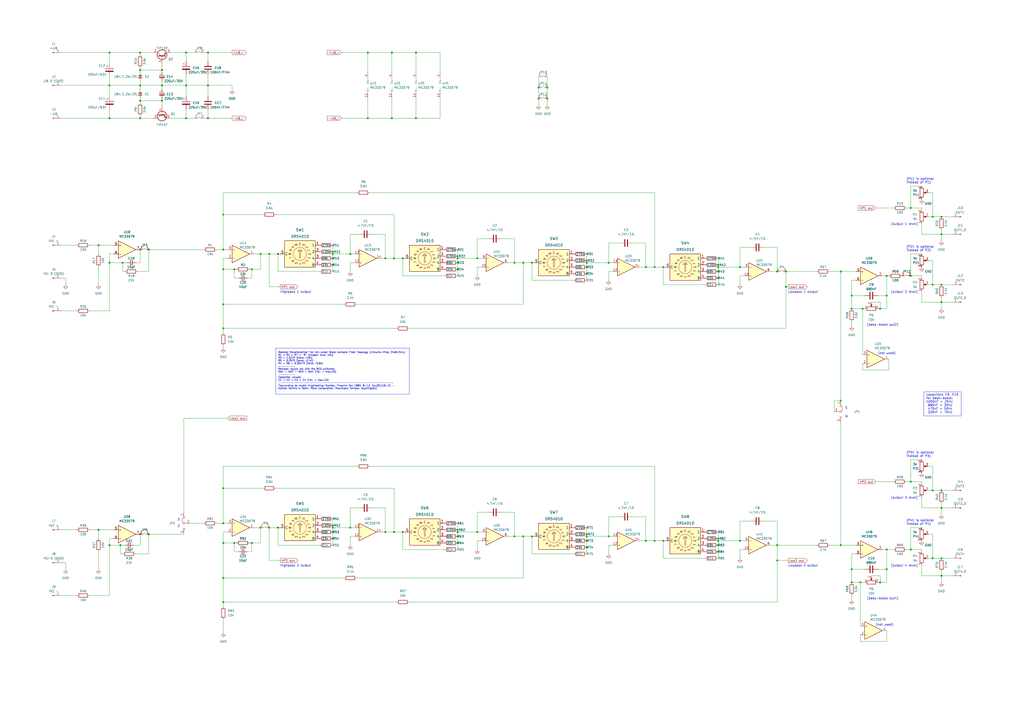
<source format=kicad_sch>
(kicad_sch (version 20211123) (generator eeschema)
  (paper "A2")
  (title_block (title "Thel SAC 30.2/30.3 (version 2011-2017)") (rev "1.0") (comment 1 "PCB is not the original -> but like the original = exactly the same component placement") (comment 2 "1 layer PCB / all THT components"))
  (lib_symbols
    (symbol "Amplifier_Operational:MC33079" (pin_names (offset 0.127))
      (property "Reference" "U" (at 0 5.08 0))
      (property "Value" "MC33079" (at 0 -5.08 0))
      (symbol "MC33079_1_1"
        (pin output line (at 7.62 0 180) (length 2.54) (name "~") (number "1"))
        (pin input line (at -7.62 -2.54 0) (length 2.54) (name "-") (number "2"))
        (pin input line (at -7.62 2.54 0) (length 2.54) (name "+") (number "3"))
      )
      (symbol "MC33079_2_1"
        (pin input line (at -7.62 2.54 0) (length 2.54) (name "+") (number "5"))
        (pin input line (at -7.62 -2.54 0) (length 2.54) (name "-") (number "6"))
        (pin output line (at 7.62 0 180) (length 2.54) (name "~") (number "7"))
      )
      (symbol "MC33079_3_1"
        (pin input line (at -7.62 2.54 0) (length 2.54) (name "+") (number "10"))
        (pin output line (at 7.62 0 180) (length 2.54) (name "~") (number "8"))
        (pin input line (at -7.62 -2.54 0) (length 2.54) (name "-") (number "9"))
      )
      (symbol "MC33079_4_1"
        (pin input line (at -7.62 2.54 0) (length 2.54) (name "+") (number "12"))
        (pin input line (at -7.62 -2.54 0) (length 2.54) (name "-") (number "13"))
        (pin output line (at 7.62 0 180) (length 2.54) (name "~") (number "14"))
      )
      (symbol "MC33079_5_1"
        (pin power_in line (at -2.54 -7.62 90) (length 3.81) (name "V-") (number "11"))
        (pin power_in line (at -2.54 7.62 270) (length 3.81) (name "V+") (number "4"))
      )
    )
    (symbol "C_1" (pin_numbers hide) (pin_names (offset 0.254))
      (property "Reference" "C9" (at 0 6.35 90))
      (property "Value" "C_1" (at 0 3.81 90))
      (symbol "C_1_1_1"
        (pin passive line (at 0 3.81 270) (length 2.794) (name "~") (number "1"))
        (pin passive line (at 0 -3.81 90) (length 2.794) (name "~") (number "4"))
      )
    )
    (symbol "C_2" (pin_numbers hide) (pin_names (offset 0.254))
      (property "Reference" "C10" (at -6.35 0 90))
      (property "Value" "680nF" (at -3.81 0 90))
      (symbol "C_2_1_1"
        (pin passive line (at 0 3.81 270) (length 2.794) (name "~") (number "1"))
        (pin passive line (at 0 -3.81 90) (length 2.794) (name "~") (number "4"))
      )
    )
    (symbol "Connector:Conn_01x01_Male" (pin_names (offset 1.016) hide)
      (property "Reference" "J" (at 0 2.54 0))
      (property "Value" "Conn_01x01_Male" (at 0 -2.54 0))
      (symbol "Conn_01x01_Male_1_1"
        (pin passive line (at 5.08 0 180) (length 3.81) (name "Pin_1") (number "1"))
      )
    )
    (symbol "DRS4010_1" (pin_names (offset 0.254))
      (property "Reference" "SW" (at 0 13.97 0))
      (property "Value" "DRS4010_1" (at 0 11.43 0))
      (symbol "DRS4010_1_0_0"
        (text "0" (at 5.715 0 2700) (effects (font (size 1.27 1.27))))
        (text "1" (at 5.2832 -2.1844 2475) (effects (font (size 1.27 1.27))))
        (text "2" (at 4.0386 -4.0386 2250) (effects (font (size 1.27 1.27))))
        (text "3" (at 2.1844 -5.2832 2025) (effects (font (size 1.27 1.27))))
        (text "4" (at 0 -5.715 1800) (effects (font (size 1.27 1.27))))
        (text "5" (at -2.1844 -5.2832 1575) (effects (font (size 1.27 1.27))))
        (text "6" (at -4.0386 -4.0386 1350) (effects (font (size 1.27 1.27))))
        (text "7" (at -5.2832 -2.1844 1125) (effects (font (size 1.27 1.27))))
        (text "8" (at -5.715 0 900) (effects (font (size 1.27 1.27))))
        (text "9" (at -5.2832 2.1844 675) (effects (font (size 1.27 1.27))))
        (text "A" (at -4.0386 4.0386 450) (effects (font (size 1.27 1.27))))
        (text "B" (at -2.1844 5.2832 225) (effects (font (size 1.27 1.27))))
        (text "C" (at 0 5.715 0) (effects (font (size 1.27 1.27))))
        (text "D" (at 2.1844 5.2832 3375) (effects (font (size 1.27 1.27))))
        (text "E" (at 4.0386 4.0386 3150) (effects (font (size 1.27 1.27))))
        (text "F" (at 5.2832 2.1844 2925) (effects (font (size 1.27 1.27))))
      )
      (symbol "DRS4010_1_1_1"
        (pin unspecified line (at 11.43 5.08 180) (length 2.54) (name "1") (number "1"))
        (pin unspecified line (at 11.43 1.27 180) (length 2.54) (name "2") (number "2"))
        (pin unspecified line (at 11.43 -2.54 180) (length 2.54) (name "4") (number "3"))
        (pin unspecified line (at 11.43 -6.35 180) (length 2.54) (name "8") (number "4"))
        (pin unspecified line (at -11.43 0 0) (length 2.54) (name "C") (number "5"))
      )
    )
    (symbol "DRS4010_2" (pin_names (offset 0.254))
      (property "Reference" "SW" (at 0 13.97 0))
      (property "Value" "DRS4010_2" (at 0 11.43 0))
      (symbol "DRS4010_2_0_0"
        (text "0" (at 5.715 0 2700) (effects (font (size 1.27 1.27))))
        (text "1" (at 5.2832 -2.1844 2475) (effects (font (size 1.27 1.27))))
        (text "2" (at 4.0386 -4.0386 2250) (effects (font (size 1.27 1.27))))
        (text "3" (at 2.1844 -5.2832 2025) (effects (font (size 1.27 1.27))))
        (text "4" (at 0 -5.715 1800) (effects (font (size 1.27 1.27))))
        (text "5" (at -2.1844 -5.2832 1575) (effects (font (size 1.27 1.27))))
        (text "6" (at -4.0386 -4.0386 1350) (effects (font (size 1.27 1.27))))
        (text "7" (at -5.2832 -2.1844 1125) (effects (font (size 1.27 1.27))))
        (text "8" (at -5.715 0 900) (effects (font (size 1.27 1.27))))
        (text "9" (at -5.2832 2.1844 675) (effects (font (size 1.27 1.27))))
        (text "A" (at -4.0386 4.0386 450) (effects (font (size 1.27 1.27))))
        (text "B" (at -2.1844 5.2832 225) (effects (font (size 1.27 1.27))))
        (text "C" (at 0 5.715 0) (effects (font (size 1.27 1.27))))
        (text "D" (at 2.1844 5.2832 3375) (effects (font (size 1.27 1.27))))
        (text "E" (at 4.0386 4.0386 3150) (effects (font (size 1.27 1.27))))
        (text "F" (at 5.2832 2.1844 2925) (effects (font (size 1.27 1.27))))
      )
      (symbol "DRS4010_2_1_1"
        (pin unspecified line (at 11.43 5.08 180) (length 2.54) (name "1") (number "1"))
        (pin unspecified line (at 11.43 1.27 180) (length 2.54) (name "2") (number "2"))
        (pin unspecified line (at 11.43 -2.54 180) (length 2.54) (name "4") (number "3"))
        (pin unspecified line (at 11.43 -6.35 180) (length 2.54) (name "8") (number "4"))
        (pin unspecified line (at -11.43 0 0) (length 2.54) (name "C") (number "5"))
      )
    )
    (symbol "DRS4010_3" (pin_names (offset 0.254))
      (property "Reference" "SW" (at 0 13.97 0))
      (property "Value" "DRS4010_3" (at 0 11.43 0))
      (symbol "DRS4010_3_0_0"
        (text "0" (at 5.715 0 2700) (effects (font (size 1.27 1.27))))
        (text "1" (at 5.2832 -2.1844 2475) (effects (font (size 1.27 1.27))))
        (text "2" (at 4.0386 -4.0386 2250) (effects (font (size 1.27 1.27))))
        (text "3" (at 2.1844 -5.2832 2025) (effects (font (size 1.27 1.27))))
        (text "4" (at 0 -5.715 1800) (effects (font (size 1.27 1.27))))
        (text "5" (at -2.1844 -5.2832 1575) (effects (font (size 1.27 1.27))))
        (text "6" (at -4.0386 -4.0386 1350) (effects (font (size 1.27 1.27))))
        (text "7" (at -5.2832 -2.1844 1125) (effects (font (size 1.27 1.27))))
        (text "8" (at -5.715 0 900) (effects (font (size 1.27 1.27))))
        (text "9" (at -5.2832 2.1844 675) (effects (font (size 1.27 1.27))))
        (text "A" (at -4.0386 4.0386 450) (effects (font (size 1.27 1.27))))
        (text "B" (at -2.1844 5.2832 225) (effects (font (size 1.27 1.27))))
        (text "C" (at 0 5.715 0) (effects (font (size 1.27 1.27))))
        (text "D" (at 2.1844 5.2832 3375) (effects (font (size 1.27 1.27))))
        (text "E" (at 4.0386 4.0386 3150) (effects (font (size 1.27 1.27))))
        (text "F" (at 5.2832 2.1844 2925) (effects (font (size 1.27 1.27))))
      )
      (symbol "DRS4010_3_1_1"
        (pin unspecified line (at 11.43 5.08 180) (length 2.54) (name "1") (number "1"))
        (pin unspecified line (at 11.43 1.27 180) (length 2.54) (name "2") (number "2"))
        (pin unspecified line (at 11.43 -2.54 180) (length 2.54) (name "4") (number "3"))
        (pin unspecified line (at 11.43 -6.35 180) (length 2.54) (name "8") (number "4"))
        (pin unspecified line (at -11.43 0 0) (length 2.54) (name "C") (number "5"))
      )
    )
    (symbol "DRS4010_4" (pin_names (offset 0.254))
      (property "Reference" "SW" (at 0 13.97 0))
      (property "Value" "DRS4010_4" (at 0 11.43 0))
      (symbol "DRS4010_4_0_0"
        (text "0" (at 5.715 0 2700) (effects (font (size 1.27 1.27))))
        (text "1" (at 5.2832 -2.1844 2475) (effects (font (size 1.27 1.27))))
        (text "2" (at 4.0386 -4.0386 2250) (effects (font (size 1.27 1.27))))
        (text "3" (at 2.1844 -5.2832 2025) (effects (font (size 1.27 1.27))))
        (text "4" (at 0 -5.715 1800) (effects (font (size 1.27 1.27))))
        (text "5" (at -2.1844 -5.2832 1575) (effects (font (size 1.27 1.27))))
        (text "6" (at -4.0386 -4.0386 1350) (effects (font (size 1.27 1.27))))
        (text "7" (at -5.2832 -2.1844 1125) (effects (font (size 1.27 1.27))))
        (text "8" (at -5.715 0 900) (effects (font (size 1.27 1.27))))
        (text "9" (at -5.2832 2.1844 675) (effects (font (size 1.27 1.27))))
        (text "A" (at -4.0386 4.0386 450) (effects (font (size 1.27 1.27))))
        (text "B" (at -2.1844 5.2832 225) (effects (font (size 1.27 1.27))))
        (text "C" (at 0 5.715 0) (effects (font (size 1.27 1.27))))
        (text "D" (at 2.1844 5.2832 3375) (effects (font (size 1.27 1.27))))
        (text "E" (at 4.0386 4.0386 3150) (effects (font (size 1.27 1.27))))
        (text "F" (at 5.2832 2.1844 2925) (effects (font (size 1.27 1.27))))
      )
      (symbol "DRS4010_4_1_1"
        (pin unspecified line (at 11.43 5.08 180) (length 2.54) (name "1") (number "1"))
        (pin unspecified line (at 11.43 1.27 180) (length 2.54) (name "2") (number "2"))
        (pin unspecified line (at 11.43 -2.54 180) (length 2.54) (name "4") (number "3"))
        (pin unspecified line (at 11.43 -6.35 180) (length 2.54) (name "8") (number "4"))
        (pin unspecified line (at -11.43 0 0) (length 2.54) (name "C") (number "5"))
      )
    )
    (symbol "DRS4010_5" (pin_names (offset 0.254))
      (property "Reference" "SW" (at 0 13.97 0))
      (property "Value" "DRS4010_5" (at 0 11.43 0))
      (symbol "DRS4010_5_0_0"
        (text "0" (at 5.715 0 2700) (effects (font (size 1.27 1.27))))
        (text "1" (at 5.2832 -2.1844 2475) (effects (font (size 1.27 1.27))))
        (text "2" (at 4.0386 -4.0386 2250) (effects (font (size 1.27 1.27))))
        (text "3" (at 2.1844 -5.2832 2025) (effects (font (size 1.27 1.27))))
        (text "4" (at 0 -5.715 1800) (effects (font (size 1.27 1.27))))
        (text "5" (at -2.1844 -5.2832 1575) (effects (font (size 1.27 1.27))))
        (text "6" (at -4.0386 -4.0386 1350) (effects (font (size 1.27 1.27))))
        (text "7" (at -5.2832 -2.1844 1125) (effects (font (size 1.27 1.27))))
        (text "8" (at -5.715 0 900) (effects (font (size 1.27 1.27))))
        (text "9" (at -5.2832 2.1844 675) (effects (font (size 1.27 1.27))))
        (text "A" (at -4.0386 4.0386 450) (effects (font (size 1.27 1.27))))
        (text "B" (at -2.1844 5.2832 225) (effects (font (size 1.27 1.27))))
        (text "C" (at 0 5.715 0) (effects (font (size 1.27 1.27))))
        (text "D" (at 2.1844 5.2832 3375) (effects (font (size 1.27 1.27))))
        (text "E" (at 4.0386 4.0386 3150) (effects (font (size 1.27 1.27))))
        (text "F" (at 5.2832 2.1844 2925) (effects (font (size 1.27 1.27))))
      )
      (symbol "DRS4010_5_1_1"
        (pin unspecified line (at 11.43 5.08 180) (length 2.54) (name "1") (number "1"))
        (pin unspecified line (at 11.43 1.27 180) (length 2.54) (name "2") (number "2"))
        (pin unspecified line (at 11.43 -2.54 180) (length 2.54) (name "4") (number "3"))
        (pin unspecified line (at 11.43 -6.35 180) (length 2.54) (name "8") (number "4"))
        (pin unspecified line (at -11.43 0 0) (length 2.54) (name "C") (number "5"))
      )
    )
    (symbol "DRS4010_6" (pin_names (offset 0.254))
      (property "Reference" "SW" (at 0 13.97 0))
      (property "Value" "DRS4010_6" (at 0 11.43 0))
      (symbol "DRS4010_6_0_0"
        (text "0" (at 5.715 0 2700) (effects (font (size 1.27 1.27))))
        (text "1" (at 5.2832 -2.1844 2475) (effects (font (size 1.27 1.27))))
        (text "2" (at 4.0386 -4.0386 2250) (effects (font (size 1.27 1.27))))
        (text "3" (at 2.1844 -5.2832 2025) (effects (font (size 1.27 1.27))))
        (text "4" (at 0 -5.715 1800) (effects (font (size 1.27 1.27))))
        (text "5" (at -2.1844 -5.2832 1575) (effects (font (size 1.27 1.27))))
        (text "6" (at -4.0386 -4.0386 1350) (effects (font (size 1.27 1.27))))
        (text "7" (at -5.2832 -2.1844 1125) (effects (font (size 1.27 1.27))))
        (text "8" (at -5.715 0 900) (effects (font (size 1.27 1.27))))
        (text "9" (at -5.2832 2.1844 675) (effects (font (size 1.27 1.27))))
        (text "A" (at -4.0386 4.0386 450) (effects (font (size 1.27 1.27))))
        (text "B" (at -2.1844 5.2832 225) (effects (font (size 1.27 1.27))))
        (text "C" (at 0 5.715 0) (effects (font (size 1.27 1.27))))
        (text "D" (at 2.1844 5.2832 3375) (effects (font (size 1.27 1.27))))
        (text "E" (at 4.0386 4.0386 3150) (effects (font (size 1.27 1.27))))
        (text "F" (at 5.2832 2.1844 2925) (effects (font (size 1.27 1.27))))
      )
      (symbol "DRS4010_6_1_1"
        (pin unspecified line (at 11.43 5.08 180) (length 2.54) (name "1") (number "1"))
        (pin unspecified line (at 11.43 1.27 180) (length 2.54) (name "2") (number "2"))
        (pin unspecified line (at 11.43 -2.54 180) (length 2.54) (name "4") (number "3"))
        (pin unspecified line (at 11.43 -6.35 180) (length 2.54) (name "8") (number "4"))
        (pin unspecified line (at -11.43 0 0) (length 2.54) (name "C") (number "5"))
      )
    )
    (symbol "DRS4010_7" (pin_names (offset 0.254))
      (property "Reference" "SW" (at 0 13.97 0))
      (property "Value" "DRS4010_7" (at 0 11.43 0))
      (symbol "DRS4010_7_0_0"
        (text "0" (at 5.715 0 2700) (effects (font (size 1.27 1.27))))
        (text "1" (at 5.2832 -2.1844 2475) (effects (font (size 1.27 1.27))))
        (text "2" (at 4.0386 -4.0386 2250) (effects (font (size 1.27 1.27))))
        (text "3" (at 2.1844 -5.2832 2025) (effects (font (size 1.27 1.27))))
        (text "4" (at 0 -5.715 1800) (effects (font (size 1.27 1.27))))
        (text "5" (at -2.1844 -5.2832 1575) (effects (font (size 1.27 1.27))))
        (text "6" (at -4.0386 -4.0386 1350) (effects (font (size 1.27 1.27))))
        (text "7" (at -5.2832 -2.1844 1125) (effects (font (size 1.27 1.27))))
        (text "8" (at -5.715 0 900) (effects (font (size 1.27 1.27))))
        (text "9" (at -5.2832 2.1844 675) (effects (font (size 1.27 1.27))))
        (text "A" (at -4.0386 4.0386 450) (effects (font (size 1.27 1.27))))
        (text "B" (at -2.1844 5.2832 225) (effects (font (size 1.27 1.27))))
        (text "C" (at 0 5.715 0) (effects (font (size 1.27 1.27))))
        (text "D" (at 2.1844 5.2832 3375) (effects (font (size 1.27 1.27))))
        (text "E" (at 4.0386 4.0386 3150) (effects (font (size 1.27 1.27))))
        (text "F" (at 5.2832 2.1844 2925) (effects (font (size 1.27 1.27))))
      )
      (symbol "DRS4010_7_1_1"
        (pin unspecified line (at 11.43 5.08 180) (length 2.54) (name "1") (number "1"))
        (pin unspecified line (at 11.43 1.27 180) (length 2.54) (name "2") (number "2"))
        (pin unspecified line (at 11.43 -2.54 180) (length 2.54) (name "4") (number "3"))
        (pin unspecified line (at 11.43 -6.35 180) (length 2.54) (name "8") (number "4"))
        (pin unspecified line (at -11.43 0 0) (length 2.54) (name "C") (number "5"))
      )
    )
    (symbol "Device:C" (pin_numbers hide) (pin_names (offset 0.254))
      (property "Reference" "C" (at 0.635 2.54 0))
      (property "Value" "C" (at 0.635 -2.54 0))
      (symbol "C_1_1"
        (pin passive line (at 0 3.81 270) (length 2.794) (name "~") (number "1"))
        (pin passive line (at 0 -3.81 90) (length 2.794) (name "~") (number "2"))
      )
    )
    (symbol "Device:C_Polarized" (pin_numbers hide) (pin_names (offset 0.254))
      (property "Reference" "C" (at 0.635 2.54 0))
      (property "Value" "C_Polarized" (at 0.635 -2.54 0))
      (symbol "C_Polarized_1_1"
        (pin passive line (at 0 3.81 270) (length 2.794) (name "~") (number "1"))
        (pin passive line (at 0 -3.81 90) (length 2.794) (name "~") (number "2"))
      )
    )
    (symbol "Device:C_Polarized_Small" (pin_numbers hide) (pin_names (offset 0.254) hide)
      (property "Reference" "C" (at 0.254 1.778 0))
      (property "Value" "C_Polarized_Small" (at 0.254 -2.032 0))
      (symbol "C_Polarized_Small_1_1"
        (pin passive line (at 0 2.54 270) (length 1.8542) (name "~") (number "1"))
        (pin passive line (at 0 -2.54 90) (length 1.8542) (name "~") (number "2"))
      )
    )
    (symbol "Device:C_Small" (pin_numbers hide) (pin_names (offset 0.254) hide)
      (property "Reference" "C" (at 0.254 1.778 0))
      (property "Value" "C_Small" (at 0.254 -2.032 0))
      (symbol "C_Small_1_1"
        (pin passive line (at 0 2.54 270) (length 2.032) (name "~") (number "1"))
        (pin passive line (at 0 -2.54 90) (length 2.032) (name "~") (number "2"))
      )
    )
    (symbol "Device:D_Zener_Small" (pin_numbers hide) (pin_names (offset 0.254) hide)
      (property "Reference" "D" (at 0 2.286 0))
      (property "Value" "D_Zener_Small" (at 0 -2.286 0))
      (symbol "D_Zener_Small_1_1"
        (pin passive line (at -2.54 0 0) (length 1.778) (name "K") (number "1"))
        (pin passive line (at 2.54 0 180) (length 1.778) (name "A") (number "2"))
      )
    )
    (symbol "Device:R" (pin_numbers hide) (pin_names (offset 0))
      (property "Reference" "R" (at 2.032 0 90))
      (property "Value" "R" (at 0 0 90))
      (symbol "R_1_1"
        (pin passive line (at 0 3.81 270) (length 1.27) (name "~") (number "1"))
        (pin passive line (at 0 -3.81 90) (length 1.27) (name "~") (number "2"))
      )
    )
    (symbol "Device:R_Potentiometer" (pin_names (offset 1.016) hide)
      (property "Reference" "RV" (at -4.445 0 90))
      (property "Value" "R_Potentiometer" (at -2.54 0 90))
      (symbol "R_Potentiometer_1_1"
        (pin passive line (at 0 3.81 270) (length 1.27) (name "1") (number "1"))
        (pin passive line (at 3.81 0 180) (length 1.27) (name "2") (number "2"))
        (pin passive line (at 0 -3.81 90) (length 1.27) (name "3") (number "3"))
      )
    )
    (symbol "Jumper:Jumper_3_Bridged12" (pin_names (offset 0) hide)
      (property "Reference" "JP" (at -2.54 -2.54 0))
      (property "Value" "Jumper_3_Bridged12" (at 0 2.794 0))
      (symbol "Jumper_3_Bridged12_1_1"
        (pin passive line (at -6.35 0 0) (length 2.54) (name "A") (number "1"))
        (pin input line (at 0 -3.81 90) (length 2.54) (name "C") (number "2"))
        (pin passive line (at 6.35 0 180) (length 2.54) (name "B") (number "3"))
      )
    )
    (symbol "Transistor_BJT:BD139" (pin_names (offset 0) hide)
      (property "Reference" "Q2" (at 0 8.89 90))
      (property "Value" "TIP132" (at 0 6.35 90))
      (symbol "BD139_1_1"
        (pin input line (at -5.08 0 0) (length 5.08) (name "B") (number "1"))
        (pin passive line (at 2.54 5.08 270) (length 2.54) (name "C") (number "2"))
        (pin passive line (at 2.54 -5.08 90) (length 2.54) (name "E") (number "3"))
      )
    )
    (symbol "Transistor_BJT:BD140" (pin_names (offset 0) hide)
      (property "Reference" "Q1" (at 0 -6.35 90))
      (property "Value" "TIP137" (at 0 -8.89 90))
      (symbol "BD140_1_1"
        (pin input line (at -5.08 0 0) (length 5.08) (name "B") (number "1"))
        (pin passive line (at 2.54 5.08 270) (length 2.54) (name "C") (number "2"))
        (pin passive line (at 2.54 -5.08 90) (length 2.54) (name "E") (number "3"))
      )
    )
    (symbol "analoghifi:DRS4010" (pin_names (offset 0.254))
      (property "Reference" "SW" (at 0 13.97 0))
      (property "Value" "DRS4010" (at 0 11.43 0))
      (symbol "DRS4010_0_0"
        (text "0" (at 5.715 0 2700) (effects (font (size 1.27 1.27))))
        (text "1" (at 5.2832 -2.1844 2475) (effects (font (size 1.27 1.27))))
        (text "2" (at 4.0386 -4.0386 2250) (effects (font (size 1.27 1.27))))
        (text "3" (at 2.1844 -5.2832 2025) (effects (font (size 1.27 1.27))))
        (text "4" (at 0 -5.715 1800) (effects (font (size 1.27 1.27))))
        (text "5" (at -2.1844 -5.2832 1575) (effects (font (size 1.27 1.27))))
        (text "6" (at -4.0386 -4.0386 1350) (effects (font (size 1.27 1.27))))
        (text "7" (at -5.2832 -2.1844 1125) (effects (font (size 1.27 1.27))))
        (text "8" (at -5.715 0 900) (effects (font (size 1.27 1.27))))
        (text "9" (at -5.2832 2.1844 675) (effects (font (size 1.27 1.27))))
        (text "A" (at -4.0386 4.0386 450) (effects (font (size 1.27 1.27))))
        (text "B" (at -2.1844 5.2832 225) (effects (font (size 1.27 1.27))))
        (text "C" (at 0 5.715 0) (effects (font (size 1.27 1.27))))
        (text "D" (at 2.1844 5.2832 3375) (effects (font (size 1.27 1.27))))
        (text "E" (at 4.0386 4.0386 3150) (effects (font (size 1.27 1.27))))
        (text "F" (at 5.2832 2.1844 2925) (effects (font (size 1.27 1.27))))
      )
      (symbol "DRS4010_1_1"
        (pin unspecified line (at 11.43 5.08 180) (length 2.54) (name "1") (number "1"))
        (pin unspecified line (at 11.43 1.27 180) (length 2.54) (name "2") (number "2"))
        (pin unspecified line (at 11.43 -2.54 180) (length 2.54) (name "4") (number "3"))
        (pin unspecified line (at 11.43 -6.35 180) (length 2.54) (name "8") (number "4"))
        (pin unspecified line (at -11.43 0 0) (length 2.54) (name "C") (number "5"))
      )
    )
    (symbol "analoghifi:Jumper_2_Bridged" (pin_names (offset 0) hide)
      (property "Reference" "JP" (at 0 1.905 0))
      (property "Value" "Jumper_2_Bridged" (at 0 -2.54 0))
      (symbol "Jumper_2_Bridged_1_1"
        (pin passive line (at -2.54 0 0) (length 1.27) (name "A") (number "1"))
        (pin passive line (at 2.54 0 180) (length 1.27) (name "B") (number "2"))
      )
    )
    (symbol "power:GND" (power) (pin_names (offset 0))
      (property "Value" "GND" (at 0 -3.81 0))
      (symbol "GND_1_1"
        (pin power_in line (at 0 0 270) (length 0) hide (name "GND") (number "1"))
      )
    )
  )
  (junction (at 156.21 147.32))
  (junction (at 81.28 40.64))
  (junction (at 57.15 307.34))
  (junction (at 308.61 311.15))
  (junction (at 374.65 313.69))
  (junction (at 265.43 308.61))
  (junction (at 384.81 154.94))
  (junction (at 546.1 284.48))
  (junction (at 93.98 49.53))
  (junction (at 546.1 135.89))
  (junction (at 81.28 30.48))
  (junction (at 227.33 68.58))
  (junction (at 86.36 144.78))
  (junction (at 265.43 156.21))
  (junction (at 193.04 308.61))
  (junction (at 429.26 154.94))
  (junction (at 203.2 147.32))
  (junction (at 233.68 308.61))
  (junction (at 161.29 306.07))
  (junction (at 546.1 334.01))
  (junction (at 374.65 154.94))
  (junction (at 193.04 304.8))
  (junction (at 151.13 306.07))
  (junction (at 135.89 156.21))
  (junction (at 120.65 49.53))
  (junction (at 151.13 147.32))
  (junction (at 340.36 313.69))
  (junction (at 193.04 306.07))
  (junction (at 81.28 144.78))
  (junction (at 541.02 284.48))
  (junction (at 63.5 316.23))
  (junction (at 265.43 152.4))
  (junction (at 500.38 179.07))
  (junction (at 494.03 330.2))
  (junction (at 528.32 318.77))
  (junction (at 487.68 232.41))
  (junction (at 546.1 125.73))
  (junction (at 450.85 316.23))
  (junction (at 129.54 303.53))
  (junction (at 193.04 153.67))
  (junction (at 298.45 311.15))
  (junction (at 57.15 142.24))
  (junction (at 81.28 68.58))
  (junction (at 276.86 149.86))
  (junction (at 213.36 30.48))
  (junction (at 317.5 57.15))
  (junction (at 69.85 316.23))
  (junction (at 494.03 179.07))
  (junction (at 487.68 316.23))
  (junction (at 303.53 311.15))
  (junction (at 340.36 311.15))
  (junction (at 450.85 325.12))
  (junction (at 429.26 313.69))
  (junction (at 416.56 153.67))
  (junction (at 541.02 165.1))
  (junction (at 107.95 49.53))
  (junction (at 416.56 312.42))
  (junction (at 265.43 149.86))
  (junction (at 379.73 313.69))
  (junction (at 129.54 176.53))
  (junction (at 63.5 152.4))
  (junction (at 312.42 50.8))
  (junction (at 135.89 314.96))
  (junction (at 276.86 308.61))
  (junction (at 193.04 312.42))
  (junction (at 308.61 152.4))
  (junction (at 241.3 68.58))
  (junction (at 546.1 294.64))
  (junction (at 528.32 160.02))
  (junction (at 161.29 147.32))
  (junction (at 265.43 311.15))
  (junction (at 129.54 349.25))
  (junction (at 120.65 30.48))
  (junction (at 494.03 337.82))
  (junction (at 129.54 314.96))
  (junction (at 416.56 320.04))
  (junction (at 416.56 316.23))
  (junction (at 416.56 313.69))
  (junction (at 546.1 165.1))
  (junction (at 71.12 152.4))
  (junction (at 499.11 337.82))
  (junction (at 81.28 309.88))
  (junction (at 298.45 152.4))
  (junction (at 384.81 313.69))
  (junction (at 340.36 154.94))
  (junction (at 379.73 154.94))
  (junction (at 546.1 175.26))
  (junction (at 312.42 57.15))
  (junction (at 63.5 30.48))
  (junction (at 227.33 30.48))
  (junction (at 340.36 158.75))
  (junction (at 528.32 120.65))
  (junction (at 541.02 323.85))
  (junction (at 156.21 306.07))
  (junction (at 129.54 144.78))
  (junction (at 129.54 156.21))
  (junction (at 81.28 49.53))
  (junction (at 223.52 149.86))
  (junction (at 93.98 40.64))
  (junction (at 510.54 337.82))
  (junction (at 223.52 308.61))
  (junction (at 353.06 311.15))
  (junction (at 455.93 166.37))
  (junction (at 193.04 149.86))
  (junction (at 450.85 157.48))
  (junction (at 528.32 279.4))
  (junction (at 514.35 330.2))
  (junction (at 340.36 151.13))
  (junction (at 340.36 317.5))
  (junction (at 546.1 323.85))
  (junction (at 265.43 148.59))
  (junction (at 514.35 160.02))
  (junction (at 265.43 307.34))
  (junction (at 510.54 179.07))
  (junction (at 63.5 49.53))
  (junction (at 416.56 161.29))
  (junction (at 146.05 314.96))
  (junction (at 317.5 50.8))
  (junction (at 81.28 58.42))
  (junction (at 228.6 308.61))
  (junction (at 129.54 124.46))
  (junction (at 353.06 152.4))
  (junction (at 487.68 157.48))
  (junction (at 86.36 309.88))
  (junction (at 193.04 146.05))
  (junction (at 203.2 306.07))
  (junction (at 228.6 149.86))
  (junction (at 241.3 30.48))
  (junction (at 129.54 283.21))
  (junction (at 93.98 58.42))
  (junction (at 146.05 156.21))
  (junction (at 494.03 171.45))
  (junction (at 416.56 157.48))
  (junction (at 541.02 125.73))
  (junction (at 213.36 68.58))
  (junction (at 129.54 190.5))
  (junction (at 340.36 309.88))
  (junction (at 107.95 68.58))
  (junction (at 193.04 147.32))
  (junction (at 514.35 318.77))
  (junction (at 303.53 152.4))
  (junction (at 63.5 68.58))
  (junction (at 129.54 335.28))
  (junction (at 265.43 314.96))
  (junction (at 107.95 30.48))
  (junction (at 120.65 68.58))
  (junction (at 233.68 149.86))
  (junction (at 514.35 171.45))
  (junction (at 340.36 152.4))
  (junction (at 455.93 157.48))
  (junction (at 416.56 154.94))
  (wire (pts (xy 500.38 214.63) (xy 500.38 210.82)))
  (wire (pts (xy 298.45 152.4) (xy 303.53 152.4)))
  (polyline (pts (xy 160.02 201.93) (xy 160.02 228.6)) (stroke (width 0) (type solid)))
  (wire (pts (xy 69.85 321.31) (xy 69.85 316.23)))
  (wire (pts (xy 147.32 306.07) (xy 151.13 306.07)))
  (wire (pts (xy 534.67 160.02) (xy 534.67 161.29)))
  (wire (pts (xy 81.28 67.31) (xy 81.28 68.58)))
  (wire (pts (xy 494.03 171.45) (xy 501.65 171.45)))
  (wire (pts (xy 510.54 334.01) (xy 510.54 337.82)))
  (wire (pts (xy 144.78 314.96) (xy 146.05 314.96)))
  (wire (pts (xy 481.33 157.48) (xy 487.68 157.48)))
  (wire (pts (xy 379.73 313.69) (xy 384.81 313.69)))
  (wire (pts (xy 203.2 152.4) (xy 203.2 157.48)))
  (wire (pts (xy 265.43 308.61) (xy 265.43 311.15)))
  (wire (pts (xy 534.67 129.54) (xy 534.67 135.89)))
  (wire (pts (xy 255.27 57.15) (xy 255.27 68.58)))
  (wire (pts (xy 541.02 151.13) (xy 541.02 165.1)))
  (wire (pts (xy 193.04 306.07) (xy 193.04 308.61)))
  (wire (pts (xy 514.35 365.76) (xy 514.35 372.11)))
  (wire (pts (xy 208.28 294.64) (xy 203.2 294.64)))
  (wire (pts (xy 107.95 68.58) (xy 113.03 68.58)))
  (wire (pts (xy 81.28 152.4) (xy 81.28 144.78)))
  (wire (pts (xy 81.28 30.48) (xy 81.28 31.75)))
  (wire (pts (xy 107.95 49.53) (xy 120.65 49.53)))
  (wire (pts (xy 129.54 303.53) (xy 132.08 303.53)))
  (wire (pts (xy 340.36 151.13) (xy 340.36 152.4)))
  (wire (pts (xy 298.45 138.43) (xy 298.45 152.4)))
  (wire (pts (xy 63.5 30.48) (xy 81.28 30.48)))
  (wire (pts (xy 429.26 154.94) (xy 431.8 154.94)))
  (wire (pts (xy 384.81 323.85) (xy 408.94 323.85)))
  (wire (pts (xy 374.65 140.97) (xy 374.65 154.94)))
  (wire (pts (xy 494.03 345.44) (xy 494.03 347.98)))
  (wire (pts (xy 374.65 154.94) (xy 379.73 154.94)))
  (wire (pts (xy 552.45 334.01) (xy 546.1 334.01)))
  (wire (pts (xy 63.5 316.23) (xy 69.85 316.23)))
  (wire (pts (xy 129.54 308.61) (xy 132.08 308.61)))
  (wire (pts (xy 511.81 318.77) (xy 514.35 318.77)))
  (wire (pts (xy 514.35 372.11) (xy 499.11 372.11)))
  (wire (pts (xy 525.78 279.4) (xy 528.32 279.4)))
  (wire (pts (xy 86.36 144.78) (xy 118.11 144.78)))
  (wire (pts (xy 35.56 307.34) (xy 44.45 307.34)))
  (wire (pts (xy 510.54 175.26) (xy 510.54 179.07)))
  (wire (pts (xy 265.43 156.21) (xy 265.43 160.02)))
  (wire (pts (xy 129.54 349.25) (xy 129.54 335.28)))
  (wire (pts (xy 538.48 151.13) (xy 541.02 151.13)))
  (wire (pts (xy 534.67 327.66) (xy 534.67 334.01)))
  (wire (pts (xy 63.5 63.5) (xy 63.5 68.58)))
  (polyline (pts (xy 535.94 227.33) (xy 535.94 241.3)) (stroke (width 0) (type solid)))
  (wire (pts (xy 233.68 160.02) (xy 233.68 149.86)))
  (wire (pts (xy 241.3 30.48) (xy 255.27 30.48)))
  (wire (pts (xy 57.15 312.42) (xy 57.15 307.34)))
  (wire (pts (xy 528.32 266.7) (xy 528.32 279.4)))
  (wire (pts (xy 129.54 367.03) (xy 129.54 359.41)))
  (wire (pts (xy 384.81 154.94) (xy 384.81 165.1)))
  (wire (pts (xy 213.36 30.48) (xy 213.36 41.91)))
  (wire (pts (xy 340.36 313.69) (xy 340.36 317.5)))
  (wire (pts (xy 416.56 157.48) (xy 416.56 161.29)))
  (wire (pts (xy 143.51 320.04) (xy 146.05 320.04)))
  (wire (pts (xy 429.26 313.69) (xy 431.8 313.69)))
  (wire (pts (xy 227.33 68.58) (xy 213.36 68.58)))
  (wire (pts (xy 298.45 311.15) (xy 303.53 311.15)))
  (wire (pts (xy 494.03 179.07) (xy 500.38 179.07)))
  (wire (pts (xy 203.2 306.07) (xy 205.74 306.07)))
  (wire (pts (xy 63.5 68.58) (xy 81.28 68.58)))
  (wire (pts (xy 228.6 308.61) (xy 223.52 308.61)))
  (wire (pts (xy 514.35 330.2) (xy 514.35 337.82)))
  (wire (pts (xy 160.02 124.46) (xy 228.6 124.46)))
  (wire (pts (xy 78.74 152.4) (xy 81.28 152.4)))
  (wire (pts (xy 57.15 307.34) (xy 66.04 307.34)))
  (wire (pts (xy 81.28 30.48) (xy 88.9 30.48)))
  (wire (pts (xy 538.48 309.88) (xy 541.02 309.88)))
  (wire (pts (xy 81.28 309.88) (xy 81.28 316.23)))
  (wire (pts (xy 514.35 318.77) (xy 518.16 318.77)))
  (wire (pts (xy 429.26 160.02) (xy 429.26 165.1)))
  (wire (pts (xy 308.61 152.4) (xy 308.61 162.56)))
  (wire (pts (xy 135.89 314.96) (xy 137.16 314.96)))
  (wire (pts (xy 514.35 160.02) (xy 514.35 171.45)))
  (wire (pts (xy 203.2 147.32) (xy 205.74 147.32)))
  (wire (pts (xy 541.02 165.1) (xy 546.1 165.1)))
  (wire (pts (xy 508 279.4) (xy 518.16 279.4)))
  (wire (pts (xy 384.81 154.94) (xy 386.08 154.94)))
  (wire (pts (xy 514.35 318.77) (xy 514.35 330.2)))
  (wire (pts (xy 455.93 157.48) (xy 473.71 157.48)))
  (wire (pts (xy 359.41 299.72) (xy 353.06 299.72)))
  (wire (pts (xy 193.04 300.99) (xy 193.04 304.8)))
  (wire (pts (xy 86.36 321.31) (xy 78.74 321.31)))
  (wire (pts (xy 370.84 313.69) (xy 374.65 313.69)))
  (wire (pts (xy 193.04 304.8) (xy 193.04 306.07)))
  (wire (pts (xy 129.54 149.86) (xy 132.08 149.86)))
  (wire (pts (xy 538.48 165.1) (xy 541.02 165.1)))
  (wire (pts (xy 161.29 157.48) (xy 161.29 147.32)))
  (wire (pts (xy 494.03 171.45) (xy 494.03 179.07)))
  (wire (pts (xy 57.15 154.94) (xy 57.15 165.1)))
  (wire (pts (xy 487.68 245.11) (xy 487.68 316.23)))
  (wire (pts (xy 384.81 313.69) (xy 384.81 323.85)))
  (wire (pts (xy 57.15 142.24) (xy 66.04 142.24)))
  (wire (pts (xy 515.62 214.63) (xy 500.38 214.63)))
  (wire (pts (xy 156.21 166.37) (xy 162.56 166.37)))
  (wire (pts (xy 66.04 312.42) (xy 63.5 312.42)))
  (wire (pts (xy 528.32 318.77) (xy 534.67 318.77)))
  (wire (pts (xy 379.73 154.94) (xy 384.81 154.94)))
  (wire (pts (xy 63.5 316.23) (xy 63.5 345.44)))
  (wire (pts (xy 134.62 49.53) (xy 134.62 52.07)))
  (wire (pts (xy 63.5 147.32) (xy 63.5 152.4)))
  (wire (pts (xy 294.64 152.4) (xy 298.45 152.4)))
  (wire (pts (xy 227.33 30.48) (xy 241.3 30.48)))
  (wire (pts (xy 228.6 149.86) (xy 233.68 149.86)))
  (wire (pts (xy 118.11 30.48) (xy 120.65 30.48)))
  (wire (pts (xy 546.1 125.73) (xy 552.45 125.73)))
  (wire (pts (xy 340.36 147.32) (xy 340.36 151.13)))
  (polyline (pts (xy 535.94 227.33) (xy 557.53 227.33)) (stroke (width 0) (type solid)))
  (wire (pts (xy 276.86 154.94) (xy 276.86 160.02)))
  (wire (pts (xy 205.74 311.15) (xy 203.2 311.15)))
  (wire (pts (xy 505.46 334.01) (xy 510.54 334.01)))
  (wire (pts (xy 416.56 161.29) (xy 416.56 165.1)))
  (wire (pts (xy 509.27 171.45) (xy 514.35 171.45)))
  (wire (pts (xy 152.4 124.46) (xy 129.54 124.46)))
  (wire (pts (xy 35.56 30.48) (xy 63.5 30.48)))
  (wire (pts (xy 93.98 49.53) (xy 107.95 49.53)))
  (wire (pts (xy 146.05 161.29) (xy 146.05 156.21)))
  (wire (pts (xy 143.51 161.29) (xy 146.05 161.29)))
  (wire (pts (xy 501.65 179.07) (xy 500.38 179.07)))
  (wire (pts (xy 541.02 270.51) (xy 541.02 284.48)))
  (wire (pts (xy 416.56 308.61) (xy 416.56 312.42)))
  (wire (pts (xy 152.4 283.21) (xy 129.54 283.21)))
  (wire (pts (xy 308.61 311.15) (xy 309.88 311.15)))
  (wire (pts (xy 120.65 30.48) (xy 120.65 35.56)))
  (wire (pts (xy 255.27 41.91) (xy 255.27 30.48)))
  (wire (pts (xy 162.56 325.12) (xy 156.21 325.12)))
  (wire (pts (xy 514.35 171.45) (xy 514.35 179.07)))
  (wire (pts (xy 431.8 318.77) (xy 429.26 318.77)))
  (wire (pts (xy 443.23 143.51) (xy 450.85 143.51)))
  (wire (pts (xy 515.62 160.02) (xy 514.35 160.02)))
  (wire (pts (xy 223.52 308.61) (xy 223.52 294.64)))
  (wire (pts (xy 156.21 325.12) (xy 156.21 306.07)))
  (wire (pts (xy 86.36 309.88) (xy 106.68 309.88)))
  (wire (pts (xy 340.36 154.94) (xy 340.36 158.75)))
  (wire (pts (xy 52.07 345.44) (xy 63.5 345.44)))
  (wire (pts (xy 546.1 165.1) (xy 552.45 165.1)))
  (wire (pts (xy 129.54 176.53) (xy 129.54 156.21)))
  (wire (pts (xy 227.33 57.15) (xy 227.33 68.58)))
  (wire (pts (xy 129.54 156.21) (xy 135.89 156.21)))
  (wire (pts (xy 429.26 143.51) (xy 429.26 154.94)))
  (wire (pts (xy 81.28 46.99) (xy 81.28 49.53)))
  (wire (pts (xy 541.02 284.48) (xy 546.1 284.48)))
  (wire (pts (xy 129.54 335.28) (xy 199.39 335.28)))
  (wire (pts (xy 129.54 124.46) (xy 129.54 144.78)))
  (wire (pts (xy 63.5 44.45) (xy 63.5 49.53)))
  (wire (pts (xy 510.54 337.82) (xy 509.27 337.82)))
  (wire (pts (xy 534.67 168.91) (xy 534.67 175.26)))
  (wire (pts (xy 276.86 297.18) (xy 276.86 308.61)))
  (wire (pts (xy 146.05 320.04) (xy 146.05 314.96)))
  (wire (pts (xy 129.54 193.04) (xy 129.54 190.5)))
  (wire (pts (xy 538.48 323.85) (xy 541.02 323.85)))
  (wire (pts (xy 228.6 149.86) (xy 223.52 149.86)))
  (wire (pts (xy 223.52 308.61) (xy 220.98 308.61)))
  (wire (pts (xy 255.27 68.58) (xy 241.3 68.58)))
  (wire (pts (xy 353.06 157.48) (xy 353.06 162.56)))
  (wire (pts (xy 69.85 316.23) (xy 72.39 316.23)))
  (wire (pts (xy 129.54 349.25) (xy 229.87 349.25)))
  (wire (pts (xy 193.04 153.67) (xy 193.04 157.48)))
  (wire (pts (xy 223.52 149.86) (xy 220.98 149.86)))
  (wire (pts (xy 228.6 308.61) (xy 233.68 308.61)))
  (wire (pts (xy 265.43 148.59) (xy 265.43 149.86)))
  (wire (pts (xy 193.04 147.32) (xy 193.04 149.86)))
  (polyline (pts (xy 160.02 201.93) (xy 237.49 201.93)) (stroke (width 0) (type solid)))
  (wire (pts (xy 151.13 147.32) (xy 156.21 147.32)))
  (wire (pts (xy 63.5 312.42) (xy 63.5 316.23)))
  (wire (pts (xy 538.48 284.48) (xy 541.02 284.48)))
  (wire (pts (xy 93.98 38.1) (xy 93.98 40.64)))
  (wire (pts (xy 340.36 152.4) (xy 353.06 152.4)))
  (wire (pts (xy 546.1 294.64) (xy 546.1 292.1)))
  (wire (pts (xy 35.56 49.53) (xy 63.5 49.53)))
  (wire (pts (xy 35.56 142.24) (xy 44.45 142.24)))
  (wire (pts (xy 353.06 152.4) (xy 355.6 152.4)))
  (wire (pts (xy 552.45 294.64) (xy 546.1 294.64)))
  (wire (pts (xy 499.11 372.11) (xy 499.11 368.3)))
  (wire (pts (xy 213.36 57.15) (xy 213.36 68.58)))
  (wire (pts (xy 416.56 312.42) (xy 416.56 313.69)))
  (wire (pts (xy 144.78 156.21) (xy 146.05 156.21)))
  (wire (pts (xy 214.63 111.76) (xy 379.73 111.76)))
  (wire (pts (xy 241.3 57.15) (xy 241.3 68.58)))
  (wire (pts (xy 93.98 57.15) (xy 93.98 58.42)))
  (wire (pts (xy 138.43 161.29) (xy 135.89 161.29)))
  (wire (pts (xy 450.85 316.23) (xy 450.85 325.12)))
  (wire (pts (xy 487.68 157.48) (xy 487.68 232.41)))
  (wire (pts (xy 129.54 144.78) (xy 132.08 144.78)))
  (wire (pts (xy 416.56 153.67) (xy 416.56 154.94)))
  (wire (pts (xy 355.6 157.48) (xy 353.06 157.48)))
  (wire (pts (xy 450.85 325.12) (xy 457.2 325.12)))
  (wire (pts (xy 118.11 68.58) (xy 120.65 68.58)))
  (wire (pts (xy 203.2 135.89) (xy 203.2 147.32)))
  (wire (pts (xy 312.42 57.15) (xy 312.42 60.96)))
  (wire (pts (xy 193.04 308.61) (xy 193.04 312.42)))
  (wire (pts (xy 72.39 157.48) (xy 71.12 157.48)))
  (wire (pts (xy 81.28 68.58) (xy 88.9 68.58)))
  (wire (pts (xy 455.93 157.48) (xy 455.93 166.37)))
  (wire (pts (xy 35.56 68.58) (xy 63.5 68.58)))
  (wire (pts (xy 265.43 307.34) (xy 265.43 308.61)))
  (wire (pts (xy 193.04 147.32) (xy 203.2 147.32)))
  (wire (pts (xy 317.5 57.15) (xy 317.5 60.96)))
  (wire (pts (xy 429.26 302.26) (xy 429.26 313.69)))
  (wire (pts (xy 151.13 147.32) (xy 151.13 156.21)))
  (wire (pts (xy 500.38 179.07) (xy 500.38 205.74)))
  (wire (pts (xy 501.65 337.82) (xy 499.11 337.82)))
  (wire (pts (xy 303.53 311.15) (xy 308.61 311.15)))
  (wire (pts (xy 193.04 149.86) (xy 193.04 153.67)))
  (wire (pts (xy 416.56 154.94) (xy 429.26 154.94)))
  (wire (pts (xy 110.49 303.53) (xy 118.11 303.53)))
  (wire (pts (xy 265.43 303.53) (xy 265.43 307.34)))
  (wire (pts (xy 161.29 157.48) (xy 185.42 157.48)))
  (wire (pts (xy 93.98 58.42) (xy 93.98 60.96)))
  (wire (pts (xy 233.68 318.77) (xy 233.68 308.61)))
  (wire (pts (xy 147.32 147.32) (xy 151.13 147.32)))
  (wire (pts (xy 107.95 49.53) (xy 107.95 55.88)))
  (wire (pts (xy 129.54 190.5) (xy 229.87 190.5)))
  (wire (pts (xy 534.67 120.65) (xy 534.67 121.92)))
  (wire (pts (xy 416.56 313.69) (xy 416.56 316.23)))
  (wire (pts (xy 265.43 314.96) (xy 265.43 318.77)))
  (wire (pts (xy 283.21 138.43) (xy 276.86 138.43)))
  (wire (pts (xy 233.68 308.61) (xy 234.95 308.61)))
  (wire (pts (xy 290.83 297.18) (xy 298.45 297.18)))
  (wire (pts (xy 35.56 161.29) (xy 38.1 161.29)))
  (wire (pts (xy 237.49 190.5) (xy 455.93 190.5)))
  (wire (pts (xy 546.1 294.64) (xy 546.1 298.45)))
  (wire (pts (xy 107.95 30.48) (xy 107.95 35.56)))
  (wire (pts (xy 135.89 156.21) (xy 135.89 161.29)))
  (wire (pts (xy 237.49 349.25) (xy 450.85 349.25)))
  (wire (pts (xy 546.1 175.26) (xy 546.1 172.72)))
  (wire (pts (xy 106.68 242.57) (xy 132.08 242.57)))
  (wire (pts (xy 298.45 297.18) (xy 298.45 311.15)))
  (wire (pts (xy 541.02 323.85) (xy 546.1 323.85)))
  (wire (pts (xy 63.5 49.53) (xy 63.5 55.88)))
  (wire (pts (xy 294.64 311.15) (xy 298.45 311.15)))
  (wire (pts (xy 120.65 49.53) (xy 120.65 55.88)))
  (wire (pts (xy 514.35 337.82) (xy 510.54 337.82)))
  (wire (pts (xy 129.54 314.96) (xy 135.89 314.96)))
  (wire (pts (xy 138.43 320.04) (xy 135.89 320.04)))
  (wire (pts (xy 276.86 138.43) (xy 276.86 149.86)))
  (wire (pts (xy 265.43 144.78) (xy 265.43 148.59)))
  (wire (pts (xy 546.1 334.01) (xy 546.1 337.82)))
  (wire (pts (xy 106.68 297.18) (xy 106.68 242.57)))
  (wire (pts (xy 35.56 180.34) (xy 44.45 180.34)))
  (wire (pts (xy 129.54 335.28) (xy 129.54 314.96)))
  (wire (pts (xy 35.56 326.39) (xy 38.1 326.39)))
  (wire (pts (xy 431.8 160.02) (xy 429.26 160.02)))
  (wire (pts (xy 276.86 149.86) (xy 279.4 149.86)))
  (wire (pts (xy 308.61 321.31) (xy 332.74 321.31)))
  (wire (pts (xy 81.28 316.23) (xy 77.47 316.23)))
  (wire (pts (xy 499.11 337.82) (xy 494.03 337.82)))
  (wire (pts (xy 38.1 326.39) (xy 38.1 330.2)))
  (wire (pts (xy 546.1 323.85) (xy 552.45 323.85)))
  (wire (pts (xy 546.1 135.89) (xy 546.1 133.35)))
  (wire (pts (xy 63.5 152.4) (xy 71.12 152.4)))
  (wire (pts (xy 283.21 297.18) (xy 276.86 297.18)))
  (wire (pts (xy 207.01 176.53) (xy 303.53 176.53)))
  (wire (pts (xy 483.87 238.76) (xy 483.87 232.41)))
  (wire (pts (xy 494.03 321.31) (xy 494.03 330.2)))
  (wire (pts (xy 494.03 162.56) (xy 496.57 162.56)))
  (wire (pts (xy 156.21 147.32) (xy 161.29 147.32)))
  (wire (pts (xy 203.2 294.64) (xy 203.2 306.07)))
  (wire (pts (xy 193.04 312.42) (xy 193.04 316.23)))
  (wire (pts (xy 546.1 135.89) (xy 546.1 139.7)))
  (wire (pts (xy 161.29 316.23) (xy 185.42 316.23)))
  (wire (pts (xy 487.68 157.48) (xy 496.57 157.48)))
  (wire (pts (xy 534.67 279.4) (xy 534.67 280.67)))
  (wire (pts (xy 416.56 313.69) (xy 429.26 313.69)))
  (wire (pts (xy 80.01 157.48) (xy 86.36 157.48)))
  (wire (pts (xy 450.85 316.23) (xy 447.04 316.23)))
  (wire (pts (xy 161.29 316.23) (xy 161.29 306.07)))
  (wire (pts (xy 81.28 58.42) (xy 93.98 58.42)))
  (wire (pts (xy 81.28 40.64) (xy 81.28 41.91)))
  (wire (pts (xy 353.06 316.23) (xy 353.06 321.31)))
  (wire (pts (xy 528.32 306.07) (xy 528.32 318.77)))
  (wire (pts (xy 63.5 30.48) (xy 63.5 36.83)))
  (wire (pts (xy 534.67 318.77) (xy 534.67 320.04)))
  (wire (pts (xy 312.42 50.8) (xy 312.42 57.15)))
  (wire (pts (xy 265.43 308.61) (xy 276.86 308.61)))
  (wire (pts (xy 546.1 284.48) (xy 552.45 284.48)))
  (wire (pts (xy 135.89 156.21) (xy 137.16 156.21)))
  (wire (pts (xy 416.56 320.04) (xy 416.56 323.85)))
  (wire (pts (xy 223.52 135.89) (xy 215.9 135.89)))
  (wire (pts (xy 528.32 160.02) (xy 534.67 160.02)))
  (wire (pts (xy 223.52 294.64) (xy 215.9 294.64)))
  (wire (pts (xy 538.48 125.73) (xy 541.02 125.73)))
  (wire (pts (xy 455.93 166.37) (xy 455.93 190.5)))
  (wire (pts (xy 156.21 147.32) (xy 156.21 166.37)))
  (wire (pts (xy 416.56 149.86) (xy 416.56 153.67)))
  (wire (pts (xy 379.73 270.51) (xy 379.73 313.69)))
  (wire (pts (xy 35.56 345.44) (xy 44.45 345.44)))
  (wire (pts (xy 151.13 306.07) (xy 151.13 314.96)))
  (wire (pts (xy 265.43 311.15) (xy 265.43 314.96)))
  (wire (pts (xy 265.43 149.86) (xy 276.86 149.86)))
  (wire (pts (xy 541.02 111.76) (xy 541.02 125.73)))
  (wire (pts (xy 370.84 154.94) (xy 374.65 154.94)))
  (wire (pts (xy 384.81 165.1) (xy 408.94 165.1)))
  (wire (pts (xy 534.67 147.32) (xy 528.32 147.32)))
  (wire (pts (xy 233.68 149.86) (xy 234.95 149.86)))
  (wire (pts (xy 534.67 334.01) (xy 546.1 334.01)))
  (wire (pts (xy 120.65 43.18) (xy 120.65 49.53)))
  (wire (pts (xy 528.32 120.65) (xy 534.67 120.65)))
  (wire (pts (xy 93.98 46.99) (xy 93.98 49.53)))
  (wire (pts (xy 510.54 179.07) (xy 509.27 179.07)))
  (wire (pts (xy 538.48 270.51) (xy 541.02 270.51)))
  (wire (pts (xy 71.12 152.4) (xy 73.66 152.4)))
  (wire (pts (xy 435.61 302.26) (xy 429.26 302.26)))
  (wire (pts (xy 340.36 317.5) (xy 340.36 321.31)))
  (wire (pts (xy 483.87 232.41) (xy 487.68 232.41)))
  (wire (pts (xy 129.54 283.21) (xy 129.54 303.53)))
  (wire (pts (xy 340.36 311.15) (xy 340.36 313.69)))
  (wire (pts (xy 308.61 152.4) (xy 309.88 152.4)))
  (wire (pts (xy 450.85 349.25) (xy 450.85 325.12)))
  (wire (pts (xy 227.33 41.91) (xy 227.33 30.48)))
  (wire (pts (xy 161.29 306.07) (xy 162.56 306.07)))
  (wire (pts (xy 107.95 63.5) (xy 107.95 68.58)))
  (wire (pts (xy 276.86 313.69) (xy 276.86 318.77)))
  (wire (pts (xy 129.54 176.53) (xy 199.39 176.53)))
  (wire (pts (xy 63.5 49.53) (xy 81.28 49.53)))
  (wire (pts (xy 308.61 311.15) (xy 308.61 321.31)))
  (wire (pts (xy 340.36 309.88) (xy 340.36 311.15)))
  (wire (pts (xy 193.04 306.07) (xy 203.2 306.07)))
  (wire (pts (xy 107.95 43.18) (xy 107.95 49.53)))
  (wire (pts (xy 107.95 30.48) (xy 113.03 30.48)))
  (wire (pts (xy 71.12 321.31) (xy 69.85 321.31)))
  (wire (pts (xy 193.04 146.05) (xy 193.04 147.32)))
  (wire (pts (xy 538.48 111.76) (xy 541.02 111.76)))
  (wire (pts (xy 317.5 50.8) (xy 317.5 57.15)))
  (wire (pts (xy 129.54 190.5) (xy 129.54 176.53)))
  (polyline (pts (xy 535.94 241.3) (xy 557.53 241.3)) (stroke (width 0) (type solid)))
  (wire (pts (xy 129.54 351.79) (xy 129.54 349.25)))
  (wire (pts (xy 552.45 175.26) (xy 546.1 175.26)))
  (wire (pts (xy 57.15 147.32) (xy 57.15 142.24)))
  (wire (pts (xy 265.43 152.4) (xy 265.43 156.21)))
  (wire (pts (xy 241.3 68.58) (xy 227.33 68.58)))
  (wire (pts (xy 160.02 283.21) (xy 228.6 283.21)))
  (wire (pts (xy 63.5 152.4) (xy 63.5 180.34)))
  (wire (pts (xy 93.98 40.64) (xy 93.98 41.91)))
  (wire (pts (xy 213.36 30.48) (xy 227.33 30.48)))
  (wire (pts (xy 125.73 303.53) (xy 129.54 303.53)))
  (wire (pts (xy 534.67 294.64) (xy 546.1 294.64)))
  (wire (pts (xy 207.01 335.28) (xy 303.53 335.28)))
  (wire (pts (xy 384.81 313.69) (xy 386.08 313.69)))
  (wire (pts (xy 86.36 157.48) (xy 86.36 144.78)))
  (wire (pts (xy 509.27 330.2) (xy 514.35 330.2)))
  (wire (pts (xy 355.6 316.23) (xy 353.06 316.23)))
  (wire (pts (xy 129.54 124.46) (xy 129.54 111.76)))
  (polyline (pts (xy 557.53 241.3) (xy 557.53 227.33)) (stroke (width 0) (type solid)))
  (wire (pts (xy 541.02 125.73) (xy 546.1 125.73)))
  (wire (pts (xy 208.28 135.89) (xy 203.2 135.89)))
  (wire (pts (xy 276.86 308.61) (xy 279.4 308.61)))
  (wire (pts (xy 120.65 49.53) (xy 134.62 49.53)))
  (wire (pts (xy 514.35 179.07) (xy 510.54 179.07)))
  (wire (pts (xy 340.36 311.15) (xy 353.06 311.15)))
  (wire (pts (xy 81.28 49.53) (xy 93.98 49.53)))
  (wire (pts (xy 499.11 337.82) (xy 499.11 363.22)))
  (wire (pts (xy 129.54 149.86) (xy 129.54 156.21)))
  (wire (pts (xy 146.05 314.96) (xy 151.13 314.96)))
  (wire (pts (xy 541.02 309.88) (xy 541.02 323.85)))
  (polyline (pts (xy 160.02 228.6) (xy 237.49 228.6)) (stroke (width 0) (type solid)))
  (wire (pts (xy 312.42 44.45) (xy 312.42 50.8)))
  (wire (pts (xy 317.5 44.45) (xy 317.5 50.8)))
  (wire (pts (xy 203.2 311.15) (xy 203.2 316.23)))
  (wire (pts (xy 81.28 49.53) (xy 81.28 52.07)))
  (wire (pts (xy 52.07 142.24) (xy 57.15 142.24)))
  (wire (pts (xy 528.32 107.95) (xy 528.32 120.65)))
  (wire (pts (xy 52.07 307.34) (xy 57.15 307.34)))
  (wire (pts (xy 290.83 138.43) (xy 298.45 138.43)))
  (wire (pts (xy 129.54 111.76) (xy 207.01 111.76)))
  (wire (pts (xy 93.98 49.53) (xy 93.98 52.07)))
  (wire (pts (xy 308.61 162.56) (xy 332.74 162.56)))
  (wire (pts (xy 120.65 30.48) (xy 134.62 30.48)))
  (wire (pts (xy 367.03 140.97) (xy 374.65 140.97)))
  (wire (pts (xy 374.65 299.72) (xy 374.65 313.69)))
  (wire (pts (xy 416.56 154.94) (xy 416.56 157.48)))
  (wire (pts (xy 120.65 68.58) (xy 134.62 68.58)))
  (wire (pts (xy 161.29 147.32) (xy 162.56 147.32)))
  (wire (pts (xy 525.78 318.77) (xy 528.32 318.77)))
  (wire (pts (xy 525.78 120.65) (xy 528.32 120.65)))
  (wire (pts (xy 534.67 135.89) (xy 546.1 135.89)))
  (wire (pts (xy 353.06 299.72) (xy 353.06 311.15)))
  (wire (pts (xy 38.1 161.29) (xy 38.1 165.1)))
  (wire (pts (xy 156.21 306.07) (xy 161.29 306.07)))
  (wire (pts (xy 303.53 152.4) (xy 303.53 176.53)))
  (wire (pts (xy 129.54 283.21) (xy 129.54 270.51)))
  (wire (pts (xy 214.63 270.51) (xy 379.73 270.51)))
  (wire (pts (xy 241.3 30.48) (xy 241.3 41.91)))
  (wire (pts (xy 481.33 316.23) (xy 487.68 316.23)))
  (wire (pts (xy 52.07 180.34) (xy 63.5 180.34)))
  (wire (pts (xy 265.43 149.86) (xy 265.43 152.4)))
  (wire (pts (xy 534.67 107.95) (xy 528.32 107.95)))
  (wire (pts (xy 546.1 334.01) (xy 546.1 331.47)))
  (wire (pts (xy 508 120.65) (xy 518.16 120.65)))
  (wire (pts (xy 81.28 40.64) (xy 93.98 40.64)))
  (wire (pts (xy 353.06 140.97) (xy 353.06 152.4)))
  (wire (pts (xy 120.65 63.5) (xy 120.65 68.58)))
  (wire (pts (xy 450.85 302.26) (xy 450.85 316.23)))
  (wire (pts (xy 303.53 311.15) (xy 303.53 335.28)))
  (wire (pts (xy 228.6 283.21) (xy 228.6 308.61)))
  (wire (pts (xy 455.93 166.37) (xy 457.2 166.37)))
  (wire (pts (xy 528.32 147.32) (xy 528.32 160.02)))
  (wire (pts (xy 228.6 124.46) (xy 228.6 149.86)))
  (wire (pts (xy 534.67 175.26) (xy 546.1 175.26)))
  (wire (pts (xy 193.04 142.24) (xy 193.04 146.05)))
  (wire (pts (xy 71.12 157.48) (xy 71.12 152.4)))
  (wire (pts (xy 534.67 288.29) (xy 534.67 294.64)))
  (wire (pts (xy 303.53 152.4) (xy 308.61 152.4)))
  (wire (pts (xy 233.68 318.77) (xy 257.81 318.77)))
  (wire (pts (xy 359.41 140.97) (xy 353.06 140.97)))
  (wire (pts (xy 429.26 318.77) (xy 429.26 323.85)))
  (wire (pts (xy 340.36 152.4) (xy 340.36 154.94)))
  (wire (pts (xy 505.46 175.26) (xy 510.54 175.26)))
  (wire (pts (xy 367.03 299.72) (xy 374.65 299.72)))
  (wire (pts (xy 57.15 320.04) (xy 57.15 330.2)))
  (wire (pts (xy 66.04 147.32) (xy 63.5 147.32)))
  (wire (pts (xy 450.85 157.48) (xy 447.04 157.48)))
  (wire (pts (xy 198.12 30.48) (xy 213.36 30.48)))
  (wire (pts (xy 487.68 316.23) (xy 496.57 316.23)))
  (wire (pts (xy 340.36 306.07) (xy 340.36 309.88)))
  (wire (pts (xy 99.06 68.58) (xy 107.95 68.58)))
  (wire (pts (xy 443.23 302.26) (xy 450.85 302.26)))
  (wire (pts (xy 86.36 309.88) (xy 86.36 321.31)))
  (wire (pts (xy 494.03 321.31) (xy 496.57 321.31)))
  (wire (pts (xy 374.65 313.69) (xy 379.73 313.69)))
  (wire (pts (xy 279.4 154.94) (xy 276.86 154.94)))
  (wire (pts (xy 528.32 279.4) (xy 534.67 279.4)))
  (wire (pts (xy 450.85 143.51) (xy 450.85 157.48)))
  (wire (pts (xy 233.68 160.02) (xy 257.81 160.02)))
  (wire (pts (xy 279.4 313.69) (xy 276.86 313.69)))
  (wire (pts (xy 450.85 316.23) (xy 473.71 316.23)))
  (wire (pts (xy 511.81 160.02) (xy 514.35 160.02)))
  (wire (pts (xy 534.67 306.07) (xy 528.32 306.07)))
  (wire (pts (xy 125.73 144.78) (xy 129.54 144.78)))
  (wire (pts (xy 353.06 311.15) (xy 355.6 311.15)))
  (wire (pts (xy 435.61 143.51) (xy 429.26 143.51)))
  (wire (pts (xy 205.74 152.4) (xy 203.2 152.4)))
  (polyline (pts (xy 237.49 228.6) (xy 237.49 201.93)) (stroke (width 0) (type solid)))
  (wire (pts (xy 340.36 158.75) (xy 340.36 162.56)))
  (wire (pts (xy 81.28 57.15) (xy 81.28 58.42)))
  (wire (pts (xy 81.28 39.37) (xy 81.28 40.64)))
  (wire (pts (xy 515.62 208.28) (xy 515.62 214.63)))
  (wire (pts (xy 534.67 266.7) (xy 528.32 266.7)))
  (wire (pts (xy 135.89 314.96) (xy 135.89 320.04)))
  (wire (pts (xy 494.03 330.2) (xy 494.03 337.82)))
  (wire (pts (xy 99.06 30.48) (xy 107.95 30.48)))
  (wire (pts (xy 129.54 270.51) (xy 207.01 270.51)))
  (wire (pts (xy 146.05 156.21) (xy 151.13 156.21)))
  (wire (pts (xy 129.54 308.61) (xy 129.54 314.96)))
  (wire (pts (xy 552.45 135.89) (xy 546.1 135.89)))
  (wire (pts (xy 198.12 68.58) (xy 213.36 68.58)))
  (wire (pts (xy 494.03 186.69) (xy 494.03 189.23)))
  (wire (pts (xy 546.1 175.26) (xy 546.1 179.07)))
  (wire (pts (xy 494.03 162.56) (xy 494.03 171.45)))
  (wire (pts (xy 223.52 149.86) (xy 223.52 135.89)))
  (wire (pts (xy 416.56 316.23) (xy 416.56 320.04)))
  (wire (pts (xy 379.73 111.76) (xy 379.73 154.94)))
  (wire (pts (xy 81.28 58.42) (xy 81.28 59.69)))
  (wire (pts (xy 494.03 330.2) (xy 501.65 330.2)))
  (wire (pts (xy 129.54 201.93) (xy 129.54 200.66)))
  (text "Lowpass 2 output" (at 457.2 328.93 0) (effects (font (size 1.27 1.27)) (justify left bottom)))
  (text "[output 4 level]" (at 516.89 328.93 0) (effects (font (size 1.27 1.27)) (justify left bottom)))
  (text "(P21 is optional \ninstead of P2)" (at 525.78 146.05 0) (effects (font (size 1.27 1.27)) (justify left bottom)))
  (text "2" (at 102.87 306.07 0) (effects (font (size 1.27 1.27)) (justify left bottom)))
  (text "M" (at 490.22 242.57 0) (effects (font (size 1.27 1.27)) (justify left bottom)))
  (text "Highpass 2 output" (at 162.56 328.93 0) (effects (font (size 1.27 1.27)) (justify left bottom)))
  (text "(P11 is optional \ninstead of P1)" (at 525.78 106.68 0) (effects (font (size 1.27 1.27)) (justify left bottom)))
  (text "(P41 is optional \ninstead of P4)" (at 525.78 304.8 0) (effects (font (size 1.27 1.27)) (justify left bottom)))
  (text "[output 3 level]" (at 516.89 289.56 0) (effects (font (size 1.27 1.27)) (justify left bottom)))
  (text "[bass-boost out2]" (at 502.92 189.23 0) (effects (font (size 1.27 1.27)) (justify left bottom)))
  (text "[output 1 level]" (at 516.89 130.81 0) (effects (font (size 1.27 1.27)) (justify left bottom)))
  (text "capacitors C9, C10 \nfor bass-boost:\n1000nF = 25Hz\n 680nF = 35Hz\n 470nF = 50Hz\n 330nF = 75Hz" (at 537.21 240.03 0) (effects (font (size 1.27 1.27)) (justify left bottom)))
  (text "[bass-boost out4]" (at 502.92 347.98 0) (effects (font (size 1.27 1.27)) (justify left bottom)))
  (text "3" (at 102.87 302.26 0) (effects (font (size 1.27 1.27)) (justify left bottom)))
  (text "Lowpass 1 output" (at 457.2 170.18 0) (effects (font (size 1.27 1.27)) (justify left bottom)))
  (text "[output 2 level]" (at 516.89 170.18 0) (effects (font (size 1.27 1.27)) (justify left bottom)))
  (text "S" (at 490.22 237.49 0) (effects (font (size 1.27 1.27)) (justify left bottom)))
  (text "(not used)" (at 508 363.22 0) (effects (font (size 1.27 1.27)) (justify left bottom)))
  (text "Resistor Relationships* for 4th-order State Variable Filter Topology (Linkwitz-Riley 24dB/Oct.)\nR1 = R2 = R7 = \"R\" (chosen here: 10k)\nR3 = 1,52*R (here: ~15k)\nR5 = 0,25*R (here: ~2,4k)\nR4 = R6 = 0,354*R (here: ~3,6k)\n--------\nResistor values set with the BCD switches:\nSW1 = SW2 = SW3 = SW4 (Tol. = max.1%)\n--------\nCapacitor values:\nC1 = C2 = C3 = C4 (Tol. = max.1%)\n------------------------------------------------------\n*(according to: Audio-Engineering-Society, Preprint Oct 1983, 8-12, No.2011[B-2] -  \nAuthor: Dennis A. Bohn, Rane Corporation, Mountlake Terrace, Washington)" (at 161.29 226.06 0) (effects (font (size 1 1)) (justify left bottom)))
  (text "(not used)" (at 509.27 205.74 0) (effects (font (size 1.27 1.27)) (justify left bottom)))
  (text "Highpass 1 output" (at 162.56 170.18 0) (effects (font (size 1.27 1.27)) (justify left bottom)))
  (text "(P31 is optional \ninstead of P3)" (at 525.78 265.43 0) (effects (font (size 1.27 1.27)) (justify left bottom)))
  (global_label "-UB_r" (shape input) (at 198.12 68.58 180) (property "Intersheet References" "${INTERSHEET_REFS}" (effects hide)))
  (global_label "HP1 out" (shape input) (at 508 120.65 180) (property "Intersheet References" "${INTERSHEET_REFS}" (effects hide)))
  (global_label "+UB_r" (shape output) (at 134.62 30.48 0) (property "Intersheet References" "${INTERSHEET_REFS}" (effects hide)))
  (global_label "HP2 out" (shape output) (at 162.56 325.12 0) (property "Intersheet References" "${INTERSHEET_REFS}" (effects hide)))
  (global_label "Low2 out" (shape output) (at 457.2 325.12 0) (property "Intersheet References" "${INTERSHEET_REFS}" (effects hide)))
  (global_label "HP1 out" (shape output) (at 162.56 166.37 0) (property "Intersheet References" "${INTERSHEET_REFS}" (effects hide)))
  (global_label "Low1 out" (shape input) (at 132.08 242.57 0) (property "Intersheet References" "${INTERSHEET_REFS}" (effects hide)))
  (global_label "+UB_r" (shape input) (at 198.12 30.48 180) (property "Intersheet References" "${INTERSHEET_REFS}" (effects hide)))
  (global_label "HP2 out" (shape input) (at 508 279.4 180) (property "Intersheet References" "${INTERSHEET_REFS}" (effects hide)))
  (global_label "-UB_r" (shape output) (at 134.62 68.58 0) (property "Intersheet References" "${INTERSHEET_REFS}" (effects hide)))
  (global_label "Low1 out" (shape output) (at 457.2 166.37 0) (property "Intersheet References" "${INTERSHEET_REFS}" (effects hide)))
  (symbol (lib_id "Device:C_Small") (at 140.97 161.29 90) (unit 1)
    (property "Reference" "C20" (at 140.97 163.83 90))
    (property "Value" "10pF" (at 140.97 166.37 90))
    (property "Footprint" "Capacitor_THT:C_Rect_L4.0mm_W2.5mm_P2.50mm" (effects hide))
  )
  (symbol (lib_id "Device:R") (at 74.93 321.31 90) (unit 1)
    (property "Reference" "R38" (at 74.93 323.85 90))
    (property "Value" "22k" (at 74.93 326.39 90))
    (property "Footprint" "analoghifi:R_Axial_DIN0207_L6.3mm_D2.5mm_P10.16mm_Horizontal_minSilk" (effects hide))
  )
  (symbol (lib_id "power:GND") (at 312.42 60.96 0) (unit 1)
    (property "Reference" "#PWR018" (effects hide))
    (property "Value" "GND" (at 312.42 66.04 0))
  )
  (symbol (lib_id "Device:R_Potentiometer") (at 534.67 151.13 0) (unit 1)
    (property "Reference" "P21" (at 533.4 152.4 0) (effects (justify right)))
    (property "Value" "5k" (at 532.13 149.8601 0) (effects (justify right)))
    (property "Footprint" "analoghifi:Potentiometer_TKD_CP601" (effects hide))
  )
  (symbol (lib_id "Device:R") (at 412.75 165.1 90) (unit 1)
    (property "Reference" "R45" (at 420.37 165.1 90) (effects (justify left)))
    (property "Value" "51k" (at 414.02 165.1 90) (effects (justify left)))
    (property "Footprint" "analoghifi:R_Axial_DIN0207_L6.3mm_D2.5mm_P10.16mm_Horizontal_minSilk" (effects hide))
  )
  (symbol (lib_id "Connector:Conn_01x01_Male") (at 30.48 68.58 0) (unit 1)
    (property "Reference" "J3" (at 31.115 63.5 0))
    (property "Value" "-UB" (at 31.115 66.04 0))
    (property "Footprint" "analoghifi:Loet_Pin_D1.5mm_L14.0mm" (effects hide))
  )
  (symbol (lib_id "Device:R") (at 336.55 321.31 90) (unit 1)
    (property "Reference" "R75" (at 344.17 321.31 90) (effects (justify left)))
    (property "Value" "51k" (at 337.82 321.31 90) (effects (justify left)))
    (property "Footprint" "analoghifi:R_Axial_DIN0207_L6.3mm_D2.5mm_P10.16mm_Horizontal_minSilk" (effects hide))
  )
  (symbol (lib_id "power:GND") (at 534.67 115.57 0) (unit 1)
    (property "Reference" "#PWR0110" (effects hide))
    (property "Value" "GND" (at 538.48 118.11 0))
  )
  (symbol (lib_id "analoghifi:Jumper_2_Bridged") (at 115.57 30.48 0) (unit 1)
    (property "Reference" "JP8" (at 115.57 27.94 0))
    (property "Value" "Jumper_2_Bridged" (effects hide))
    (property "Footprint" "analoghifi:Drahtbruecke_10.16mm" (effects hide))
  )
  (symbol (lib_id "power:GND") (at 276.86 318.77 0) (unit 1)
    (property "Reference" "#PWR09" (effects hide))
    (property "Value" "GND" (at 276.86 323.85 0))
  )
  (symbol (lib_id "Device:R") (at 261.62 307.34 90) (unit 1)
    (property "Reference" "R62" (at 267.97 307.34 90))
    (property "Value" "130k" (at 261.62 307.34 90))
    (property "Footprint" "analoghifi:R_Axial_DIN0207_L6.3mm_D2.5mm_P10.16mm_Horizontal_minSilk" (effects hide))
  )
  (symbol (lib_id "Device:R") (at 189.23 308.61 90) (unit 1)
    (property "Reference" "R53" (at 196.85 308.61 90) (effects (justify left)))
    (property "Value" "68k" (at 190.5 308.61 90) (effects (justify left)))
    (property "Footprint" "analoghifi:R_Axial_DIN0207_L6.3mm_D2.5mm_P10.16mm_Horizontal_minSilk" (effects hide))
  )
  (symbol (lib_id "Connector:Conn_01x01_Male") (at 557.53 294.64 180) (unit 1)
    (property "Reference" "J15" (at 556.895 289.56 0))
    (property "Value" "OUT3_0" (at 556.895 292.1 0))
    (property "Footprint" "analoghifi:Loet_Pin_D1.5mm_L14.0mm" (effects hide))
  )
  (symbol (lib_id "Device:R") (at 210.82 270.51 90) (unit 1)
    (property "Reference" "R96" (at 210.82 264.16 90))
    (property "Value" "3,6k" (at 210.82 266.7 90))
    (property "Footprint" "analoghifi:R_Axial_DIN0207_L6.3mm_D2.5mm_P10.16mm_Horizontal_minSilk" (effects hide))
  )
  (symbol (lib_id "Amplifier_Operational:MC33079") (at 504.19 318.77 0) (unit 2)
    (property "Reference" "U4" (at 504.19 308.61 0))
    (property "Value" "MC33079" (at 504.19 311.15 0))
    (property "Footprint" "Package_DIP:DIP-14_W7.62mm" (effects hide))
    (property "Datasheet" "https://www.onsemi.com/pub/Collateral/MC33078-D.PDF" (effects hide))
  )
  (symbol (lib_id "Amplifier_Operational:MC33079") (at 508 208.28 0) (unit 1)
    (property "Reference" "U2" (at 509.27 199.39 0))
    (property "Value" "MC33079" (at 511.81 201.93 0))
    (property "Footprint" "Package_DIP:DIP-14_W7.62mm" (effects hide))
    (property "Datasheet" "https://www.onsemi.com/pub/Collateral/MC33078-D.PDF" (effects hide))
  )
  (symbol (lib_id "Connector:Conn_01x01_Male") (at 557.53 165.1 180) (unit 1)
    (property "Reference" "J12" (at 556.895 160.02 0))
    (property "Value" "OUT2" (at 556.895 162.56 0))
    (property "Footprint" "analoghifi:Loet_Pin_D1.5mm_L14.0mm" (effects hide))
  )
  (symbol (lib_id "Amplifier_Operational:MC33079") (at 506.73 365.76 0) (unit 1)
    (property "Reference" "U4" (at 506.73 356.87 0))
    (property "Value" "MC33079" (at 509.27 359.41 0))
    (property "Footprint" "Package_DIP:DIP-14_W7.62mm" (effects hide))
    (property "Datasheet" "https://www.onsemi.com/pub/Collateral/MC33078-D.PDF" (effects hide))
  )
  (symbol (lib_id "Amplifier_Operational:MC33079") (at 439.42 316.23 0) (mirror x) (unit 3)
    (property "Reference" "U4" (at 440.69 309.88 0))
    (property "Value" "MC33079" (at 443.23 312.42 0))
    (property "Footprint" "Package_DIP:DIP-14_W7.62mm" (effects hide))
    (property "Datasheet" "https://www.onsemi.com/pub/Collateral/MC33078-D.PDF" (effects hide))
  )
  (symbol (lib_id "Device:R") (at 57.15 151.13 180) (unit 1)
    (property "Reference" "R17" (at 54.61 151.13 90))
    (property "Value" "10k" (at 59.69 151.13 90))
    (property "Footprint" "analoghifi:R_Axial_DIN0207_L6.3mm_D2.5mm_P10.16mm_Horizontal_minSilk" (effects hide))
  )
  (symbol (lib_id "Device:R") (at 156.21 283.21 90) (unit 1)
    (property "Reference" "R94" (at 156.21 276.86 90))
    (property "Value" "3,6k" (at 156.21 279.4 90))
    (property "Footprint" "analoghifi:R_Axial_DIN0207_L6.3mm_D2.5mm_P10.16mm_Horizontal_minSilk" (effects hide))
  )
  (symbol (lib_id "Amplifier_Operational:MC33079") (at 243.84 49.53 0) (unit 5)
    (property "Reference" "U3" (at 242.57 48.2599 0) (effects (justify left)))
    (property "Value" "MC33079" (at 242.57 50.7999 0) (effects (justify left)))
    (property "Footprint" "Package_DIP:DIP-14_W7.62mm" (effects hide))
    (property "Datasheet" "https://www.onsemi.com/pub/Collateral/MC33078-D.PDF" (effects hide))
  )
  (symbol (lib_id "Device:D_Zener_Small") (at 81.28 44.45 270) (unit 1)
    (property "Reference" "D2" (at 83.82 44.45 90) (effects (justify left)))
    (property "Value" "18V/1,3W/2%" (at 66.04 44.45 90) (effects (justify left)))
    (property "Footprint" "analoghifi:D_DO-41_SOD81_P10.16mm_Horizontal_minSilk" (effects hide))
  )
  (symbol (lib_id "Connector:Conn_01x01_Male") (at 557.53 135.89 180) (unit 1)
    (property "Reference" "J11" (at 556.895 130.81 0))
    (property "Value" "OUT1_0" (at 556.895 133.35 0))
    (property "Footprint" "analoghifi:Loet_Pin_D1.5mm_L14.0mm" (effects hide))
  )
  (symbol (lib_id "Device:R") (at 336.55 158.75 90) (unit 1)
    (property "Reference" "R34" (at 344.17 158.75 90) (effects (justify left)))
    (property "Value" "33k" (at 337.82 158.75 90) (effects (justify left)))
    (property "Footprint" "analoghifi:R_Axial_DIN0207_L6.3mm_D2.5mm_P10.16mm_Horizontal_minSilk" (effects hide))
  )
  (symbol (lib_id "Connector:Conn_01x01_Male") (at 557.53 175.26 180) (unit 1)
    (property "Reference" "J13" (at 556.895 170.18 0))
    (property "Value" "OUT2_0" (at 556.895 172.72 0))
    (property "Footprint" "analoghifi:Loet_Pin_D1.5mm_L14.0mm" (effects hide))
  )
  (symbol (lib_id "Device:R") (at 261.62 144.78 90) (unit 1)
    (property "Reference" "R21" (at 269.24 144.78 90) (effects (justify left)))
    (property "Value" "270k" (at 264.16 144.78 90) (effects (justify left)))
    (property "Footprint" "analoghifi:R_Axial_DIN0207_L6.3mm_D2.5mm_P10.16mm_Horizontal_minSilk" (effects hide))
  )
  (symbol (lib_id "Device:R") (at 233.68 190.5 90) (unit 1)
    (property "Reference" "R7" (at 233.68 184.15 90))
    (property "Value" "10k" (at 233.68 186.69 90))
    (property "Footprint" "analoghifi:R_Axial_DIN0207_L6.3mm_D2.5mm_P10.16mm_Horizontal_minSilk" (effects hide))
  )
  (symbol (lib_id "Device:R") (at 81.28 35.56 180) (unit 1)
    (property "Reference" "R10" (at 78.74 35.56 90))
    (property "Value" "3,6k" (at 83.82 35.56 90))
    (property "Footprint" "analoghifi:R_Axial_DIN0207_L6.3mm_D2.5mm_P10.16mm_Horizontal_minSilk" (effects hide))
  )
  (symbol (lib_id "analoghifi:Jumper_2_Bridged") (at 453.39 157.48 0) (unit 1)
    (property "Reference" "JP4" (at 453.39 154.94 0))
    (property "Value" "Jumper_2_Bridged" (effects hide))
    (property "Footprint" "analoghifi:Drahtbruecke_10.16mm" (effects hide))
  )
  (symbol (lib_id "Connector:Conn_01x01_Male") (at 30.48 49.53 0) (unit 1)
    (property "Reference" "J2" (at 31.115 44.45 0))
    (property "Value" "UB 0 (GND)" (at 31.115 46.99 0))
    (property "Footprint" "analoghifi:Loet_Pin_D1.5mm_L14.0mm" (effects hide))
  )
  (symbol (lib_id "Device:R") (at 261.62 303.53 90) (unit 1)
    (property "Reference" "R61" (at 269.24 303.53 90) (effects (justify left)))
    (property "Value" "270k" (at 264.16 303.53 90) (effects (justify left)))
    (property "Footprint" "analoghifi:R_Axial_DIN0207_L6.3mm_D2.5mm_P10.16mm_Horizontal_minSilk" (effects hide))
  )
  (symbol (lib_id "Device:R") (at 336.55 306.07 90) (unit 1)
    (property "Reference" "R71" (at 344.17 306.07 90) (effects (justify left)))
    (property "Value" "270k" (at 339.09 306.07 90) (effects (justify left)))
    (property "Footprint" "analoghifi:R_Axial_DIN0207_L6.3mm_D2.5mm_P10.16mm_Horizontal_minSilk" (effects hide))
  )
  (symbol (lib_id "Device:R") (at 76.2 157.48 90) (unit 1)
    (property "Reference" "R18" (at 76.2 160.02 90))
    (property "Value" "22k" (at 76.2 162.56 90))
    (property "Footprint" "analoghifi:R_Axial_DIN0207_L6.3mm_D2.5mm_P10.16mm_Horizontal_minSilk" (effects hide))
  )
  (symbol (lib_id "Device:R") (at 412.75 149.86 90) (unit 1)
    (property "Reference" "R41" (at 420.37 149.86 90) (effects (justify left)))
    (property "Value" "270k" (at 415.29 149.86 90) (effects (justify left)))
    (property "Footprint" "analoghifi:R_Axial_DIN0207_L6.3mm_D2.5mm_P10.16mm_Horizontal_minSilk" (effects hide))
  )
  (symbol (lib_id "Device:R") (at 336.55 147.32 90) (unit 1)
    (property "Reference" "R31" (at 344.17 147.32 90) (effects (justify left)))
    (property "Value" "270k" (at 339.09 147.32 90) (effects (justify left)))
    (property "Footprint" "analoghifi:R_Axial_DIN0207_L6.3mm_D2.5mm_P10.16mm_Horizontal_minSilk" (effects hide))
  )
  (symbol (lib_id "Device:C_Small") (at 140.97 320.04 90) (unit 1)
    (property "Reference" "C22" (at 140.97 322.58 90))
    (property "Value" "10pF" (at 140.97 325.12 90))
    (property "Footprint" "Capacitor_THT:C_Rect_L4.0mm_W2.5mm_P2.50mm" (effects hide))
  )
  (symbol (lib_id "Connector:Conn_01x01_Male") (at 557.53 284.48 180) (unit 1)
    (property "Reference" "J14" (at 556.895 279.4 0))
    (property "Value" "OUT3" (at 556.895 281.94 0))
    (property "Footprint" "analoghifi:Loet_Pin_D1.5mm_L14.0mm" (effects hide))
  )
  (symbol (lib_id "Connector:Conn_01x01_Male") (at 557.53 323.85 180) (unit 1)
    (property "Reference" "J16" (at 556.895 318.77 0))
    (property "Value" "OUT4" (at 556.895 321.31 0))
    (property "Footprint" "analoghifi:Loet_Pin_D1.5mm_L14.0mm" (effects hide))
  )
  (symbol (lib_id "Device:R") (at 494.03 341.63 180) (unit 1)
    (property "Reference" "R68" (at 491.49 341.63 90))
    (property "Value" "3,6k" (at 496.57 341.63 90))
    (property "Footprint" "analoghifi:R_Axial_DIN0207_L6.3mm_D2.5mm_P10.16mm_Horizontal_minSilk" (effects hide))
  )
  (symbol (lib_id "Device:R_Potentiometer") (at 534.67 270.51 0) (unit 1)
    (property "Reference" "P31" (at 533.4 271.78 0) (effects (justify right)))
    (property "Value" "5k" (at 532.13 269.2401 0) (effects (justify right)))
    (property "Footprint" "analoghifi:Potentiometer_TKD_CP601" (effects hide))
  )
  (symbol (lib_id "Device:R") (at 189.23 312.42 90) (unit 1)
    (property "Reference" "R54" (at 196.85 312.42 90) (effects (justify left)))
    (property "Value" "33k" (at 190.5 312.42 90) (effects (justify left)))
    (property "Footprint" "analoghifi:R_Axial_DIN0207_L6.3mm_D2.5mm_P10.16mm_Horizontal_minSilk" (effects hide))
  )
  (symbol (lib_id "Device:R") (at 156.21 124.46 90) (unit 1)
    (property "Reference" "R4" (at 156.21 118.11 90))
    (property "Value" "3,6k" (at 156.21 120.65 90))
    (property "Footprint" "analoghifi:R_Axial_DIN0207_L6.3mm_D2.5mm_P10.16mm_Horizontal_minSilk" (effects hide))
  )
  (symbol (lib_id "Amplifier_Operational:MC33079") (at 504.19 160.02 0) (unit 2)
    (property "Reference" "U2" (at 504.19 149.86 0))
    (property "Value" "MC33079" (at 504.19 152.4 0))
    (property "Footprint" "Package_DIP:DIP-14_W7.62mm" (effects hide))
    (property "Datasheet" "https://www.onsemi.com/pub/Collateral/MC33078-D.PDF" (effects hide))
  )
  (symbol (lib_name "DRS4010_4") (lib_id "analoghifi:DRS4010") (at 321.31 152.4 0) (unit 1)
    (property "Reference" "SW3" (at 321.31 138.43 0) (effects (font (size 1.524 1.524))))
    (property "Value" "DRS4010" (at 321.31 142.24 0) (effects (font (size 1.524 1.524))))
    (property "Footprint" "analoghifi:DRS_3016_4010" (effects hide))
  )
  (symbol (lib_id "Device:R") (at 189.23 142.24 90) (unit 1)
    (property "Reference" "R11" (at 196.85 142.24 90) (effects (justify left)))
    (property "Value" "270k" (at 191.77 142.24 90) (effects (justify left)))
    (property "Footprint" "analoghifi:R_Axial_DIN0207_L6.3mm_D2.5mm_P10.16mm_Horizontal_minSilk" (effects hide))
  )
  (symbol (lib_id "Amplifier_Operational:MC33079") (at 363.22 154.94 0) (mirror x) (unit 4)
    (property "Reference" "U2" (at 364.49 148.59 0))
    (property "Value" "MC33079" (at 367.03 151.13 0))
    (property "Footprint" "Package_DIP:DIP-14_W7.62mm" (effects hide))
    (property "Datasheet" "https://www.onsemi.com/pub/Collateral/MC33078-D.PDF" (effects hide))
  )
  (symbol (lib_id "Device:R") (at 477.52 157.48 90) (unit 1)
    (property "Reference" "R57" (at 477.52 154.94 90))
    (property "Value" "2,4k" (at 477.52 160.02 90))
    (property "Footprint" "analoghifi:R_Axial_DIN0207_L6.3mm_D2.5mm_P10.16mm_Horizontal_minSilk" (effects hide))
  )
  (symbol (lib_id "Device:R") (at 48.26 345.44 90) (unit 1)
    (property "Reference" "R46" (at 48.26 342.9 90))
    (property "Value" "10k" (at 48.26 347.98 90))
    (property "Footprint" "analoghifi:R_Axial_DIN0207_L6.3mm_D2.5mm_P10.16mm_Horizontal_minSilk" (effects hide))
  )
  (symbol (lib_id "Device:R") (at 477.52 316.23 90) (unit 1)
    (property "Reference" "R67" (at 477.52 313.69 90))
    (property "Value" "2,4k" (at 477.52 318.77 90))
    (property "Footprint" "analoghifi:R_Axial_DIN0207_L6.3mm_D2.5mm_P10.16mm_Horizontal_minSilk" (effects hide))
  )
  (symbol (lib_id "Device:R") (at 261.62 156.21 90) (unit 1)
    (property "Reference" "R24" (at 269.24 156.21 90) (effects (justify left)))
    (property "Value" "33k" (at 262.89 156.21 90) (effects (justify left)))
    (property "Footprint" "analoghifi:R_Axial_DIN0207_L6.3mm_D2.5mm_P10.16mm_Horizontal_minSilk" (effects hide))
  )
  (symbol (lib_id "analoghifi:Jumper_2_Bridged") (at 314.96 57.15 0) (unit 1)
    (property "Reference" "JP12" (at 314.96 54.61 0))
    (property "Value" "Jumper_2_Bridged" (effects hide))
    (property "Footprint" "analoghifi:Drahtbruecke_10.16mm" (effects hide))
  )
  (symbol (lib_id "power:GND") (at 203.2 316.23 0) (unit 1)
    (property "Reference" "#PWR08" (effects hide))
    (property "Value" "GND" (at 203.2 321.31 0))
  )
  (symbol (lib_id "Connector:Conn_01x01_Male") (at 30.48 142.24 0) (unit 1)
    (property "Reference" "J4" (at 31.115 137.16 0))
    (property "Value" "IN1 +" (at 31.115 139.7 0))
    (property "Footprint" "analoghifi:Loet_Pin_D1.5mm_L14.0mm" (effects hide))
  )
  (symbol (lib_id "Device:C_Polarized") (at 63.5 59.69 0) (unit 1)
    (property "Reference" "C11" (at 57.15 57.15 0) (effects (justify left)))
    (property "Value" "100uF/63V" (at 50.8 62.23 0) (effects (justify left)))
    (property "Footprint" "analoghifi:CP_Radial_D10.0mm_H12.5mm_P5.00mm_minmal_silk" (effects hide))
  )
  (symbol (lib_id "Device:C") (at 287.02 138.43 90) (unit 1)
    (property "Reference" "C2" (at 287.02 130.81 90))
    (property "Value" "4,7nF/1%" (at 287.02 133.35 90))
    (property "Footprint" "analoghifi:C_Multi_THT_1-Layer_alternative_2_EMZ" (effects hide))
  )
  (symbol (lib_id "Transistor_BJT:BD139") (at 93.98 33.02 90) (unit 1)
    (property "Reference" "Q2" (at 99.06 34.29 90))
    (property "Value" "TIP132" (at 93.98 27.94 90))
    (property "Footprint" "analoghifi:TO-220-3_Horizontal_TabDown_no_hole" (effects hide))
  )
  (symbol (lib_id "Device:R") (at 57.15 316.23 180) (unit 1)
    (property "Reference" "R37" (at 54.61 316.23 90))
    (property "Value" "10k" (at 59.69 316.23 90))
    (property "Footprint" "analoghifi:R_Axial_DIN0207_L6.3mm_D2.5mm_P10.16mm_Horizontal_minSilk" (effects hide))
  )
  (symbol (lib_id "Device:R") (at 412.75 312.42 90) (unit 1)
    (property "Reference" "R82" (at 419.1 312.42 90))
    (property "Value" "130k" (at 412.75 312.42 90))
    (property "Footprint" "analoghifi:R_Axial_DIN0207_L6.3mm_D2.5mm_P10.16mm_Horizontal_minSilk" (effects hide))
  )
  (symbol (lib_id "Device:R_Potentiometer") (at 534.67 309.88 0) (unit 1)
    (property "Reference" "P41" (at 533.4 311.15 0) (effects (justify right)))
    (property "Value" "5k" (at 532.13 308.6101 0) (effects (justify right)))
    (property "Footprint" "analoghifi:Potentiometer_TKD_CP601" (effects hide))
  )
  (symbol (lib_id "Device:R") (at 412.75 157.48 90) (unit 1)
    (property "Reference" "R43" (at 420.37 157.48 90) (effects (justify left)))
    (property "Value" "68k" (at 414.02 157.48 90) (effects (justify left)))
    (property "Footprint" "analoghifi:R_Axial_DIN0207_L6.3mm_D2.5mm_P10.16mm_Horizontal_minSilk" (effects hide))
  )
  (symbol (lib_id "Device:R") (at 261.62 314.96 90) (unit 1)
    (property "Reference" "R64" (at 269.24 314.96 90) (effects (justify left)))
    (property "Value" "33k" (at 262.89 314.96 90) (effects (justify left)))
    (property "Footprint" "analoghifi:R_Axial_DIN0207_L6.3mm_D2.5mm_P10.16mm_Horizontal_minSilk" (effects hide))
  )
  (symbol (lib_id "analoghifi:Jumper_2_Bridged") (at 525.78 160.02 0) (unit 1)
    (property "Reference" "JP13" (at 525.78 157.48 0))
    (property "Value" "Jumper_2_Bridged" (effects hide))
    (property "Footprint" "analoghifi:Drahtbruecke_10.16mm" (effects hide))
  )
  (symbol (lib_id "Device:R") (at 336.55 151.13 90) (unit 1)
    (property "Reference" "R32" (at 342.9 151.13 90))
    (property "Value" "130k" (at 336.55 151.13 90))
    (property "Footprint" "analoghifi:R_Axial_DIN0207_L6.3mm_D2.5mm_P10.16mm_Horizontal_minSilk" (effects hide))
  )
  (symbol (lib_id "Device:C_Polarized") (at 63.5 40.64 0) (unit 1)
    (property "Reference" "C12" (at 57.15 38.1 0) (effects (justify left)))
    (property "Value" "100uF/63V" (at 50.8 43.18 0) (effects (justify left)))
    (property "Footprint" "analoghifi:CP_Radial_D10.0mm_H12.5mm_P5.00mm_minmal_silk" (effects hide))
  )
  (symbol (lib_id "power:GND") (at 534.67 274.32 0) (unit 1)
    (property "Reference" "#PWR0108" (effects hide))
    (property "Value" "GND" (at 538.48 276.86 0))
  )
  (symbol (lib_id "Device:R") (at 129.54 196.85 0) (unit 1)
    (property "Reference" "R3" (at 132.08 195.5799 0) (effects (justify left)))
    (property "Value" "15k" (at 132.08 198.1199 0) (effects (justify left)))
    (property "Footprint" "analoghifi:R_Axial_DIN0207_L6.3mm_D2.5mm_P10.16mm_Horizontal_minSilk" (effects hide))
  )
  (symbol (lib_id "Device:R") (at 336.55 154.94 90) (unit 1)
    (property "Reference" "R33" (at 344.17 154.94 90) (effects (justify left)))
    (property "Value" "68k" (at 337.82 154.94 90) (effects (justify left)))
    (property "Footprint" "analoghifi:R_Axial_DIN0207_L6.3mm_D2.5mm_P10.16mm_Horizontal_minSilk" (effects hide))
  )
  (symbol (lib_id "Amplifier_Operational:MC33079") (at 213.36 308.61 0) (mirror x) (unit 4)
    (property "Reference" "U3" (at 213.36 300.99 0))
    (property "Value" "MC33079" (at 215.9 303.53 0))
    (property "Footprint" "Package_DIP:DIP-14_W7.62mm" (effects hide))
    (property "Datasheet" "https://www.onsemi.com/pub/Collateral/MC33078-D.PDF" (effects hide))
  )
  (symbol (lib_id "Jumper:Jumper_3_Bridged12") (at 487.68 238.76 270) (unit 1)
    (property "Reference" "JP1" (at 495.3 238.76 90) (effects (justify left)))
    (property "Value" "Jumper_3_Bridged12" (effects hide))
    (property "Footprint" "Connector_PinHeader_2.54mm:PinHeader_1x03_P2.54mm_Vertical" (effects hide))
  )
  (symbol (lib_name "DRS4010_5") (lib_id "analoghifi:DRS4010") (at 173.99 306.07 0) (unit 1)
    (property "Reference" "SW5" (at 173.99 292.1 0) (effects (font (size 1.524 1.524))))
    (property "Value" "DRS4010" (at 173.99 295.91 0) (effects (font (size 1.524 1.524))))
    (property "Footprint" "analoghifi:DRS_3016_4010" (effects hide))
  )
  (symbol (lib_id "Device:R") (at 546.1 327.66 180) (unit 1)
    (property "Reference" "R70" (at 543.56 327.66 90))
    (property "Value" "2,4k" (at 548.64 327.66 90))
    (property "Footprint" "analoghifi:R_Axial_DIN0207_L6.3mm_D2.5mm_P10.16mm_Horizontal_minSilk" (effects hide))
  )
  (symbol (lib_id "Device:R_Potentiometer") (at 505.46 337.82 90) (unit 1)
    (property "Reference" "P6" (at 505.46 341.63 90))
    (property "Value" "10k" (at 505.46 344.17 90))
    (property "Footprint" "analoghifi:Potentiometer_Bourns_3386P_Vertical" (effects hide))
  )
  (symbol (lib_id "Device:R_Potentiometer") (at 534.67 111.76 0) (unit 1)
    (property "Reference" "P11" (at 533.4 113.03 0) (effects (justify right)))
    (property "Value" "5k" (at 532.13 110.4901 0) (effects (justify right)))
    (property "Footprint" "analoghifi:Potentiometer_TKD_CP601" (effects hide))
  )
  (symbol (lib_id "power:GND") (at 134.62 52.07 0) (unit 1)
    (property "Reference" "#PWR01" (effects hide))
    (property "Value" "GND" (at 134.62 57.15 0))
  )
  (symbol (lib_name "DRS4010_3") (lib_id "analoghifi:DRS4010") (at 397.51 154.94 0) (unit 1)
    (property "Reference" "SW4" (at 397.51 140.97 0) (effects (font (size 1.524 1.524))))
    (property "Value" "DRS4010" (at 397.51 144.78 0) (effects (font (size 1.524 1.524))))
    (property "Footprint" "analoghifi:DRS_3016_4010" (effects hide))
  )
  (symbol (lib_id "Connector:Conn_01x01_Male") (at 30.48 30.48 0) (unit 1)
    (property "Reference" "J1" (at 31.115 25.4 0))
    (property "Value" "+UB" (at 31.115 27.94 0))
    (property "Footprint" "analoghifi:Loet_Pin_D1.5mm_L14.0mm" (effects hide))
  )
  (symbol (lib_id "Device:R") (at 521.97 120.65 90) (unit 1)
    (property "Reference" "R19" (at 521.97 118.11 90))
    (property "Value" "100" (at 521.97 123.19 90))
    (property "Footprint" "analoghifi:R_Axial_DIN0207_L6.3mm_D2.5mm_P10.16mm_Horizontal_minSilk" (effects hide))
  )
  (symbol (lib_id "Device:R_Potentiometer") (at 505.46 179.07 90) (unit 1)
    (property "Reference" "P5" (at 505.46 182.88 90))
    (property "Value" "10k" (at 505.46 185.42 90))
    (property "Footprint" "analoghifi:Potentiometer_Bourns_3386P_Vertical" (effects hide))
  )
  (symbol (lib_id "analoghifi:Jumper_2_Bridged") (at 83.82 144.78 0) (mirror y) (unit 1)
    (property "Reference" "JP3" (at 83.82 142.24 0))
    (property "Value" "Jumper_2_Bridged" (effects hide))
    (property "Footprint" "analoghifi:Drahtbruecke_10.16mm" (effects hide))
  )
  (symbol (lib_id "Device:R") (at 336.55 317.5 90) (unit 1)
    (property "Reference" "R74" (at 344.17 317.5 90) (effects (justify left)))
    (property "Value" "33k" (at 337.82 317.5 90) (effects (justify left)))
    (property "Footprint" "analoghifi:R_Axial_DIN0207_L6.3mm_D2.5mm_P10.16mm_Horizontal_minSilk" (effects hide))
  )
  (symbol (lib_id "Device:R") (at 121.92 303.53 90) (unit 1)
    (property "Reference" "R91" (at 121.92 300.99 90))
    (property "Value" "10k" (at 121.92 306.07 90))
    (property "Footprint" "analoghifi:R_Axial_DIN0207_L6.3mm_D2.5mm_P10.16mm_Horizontal_minSilk" (effects hide))
  )
  (symbol (lib_id "Amplifier_Operational:MC33079") (at 73.66 309.88 0) (unit 2)
    (property "Reference" "U3" (at 73.66 299.72 0))
    (property "Value" "MC33079" (at 73.66 302.26 0))
    (property "Footprint" "Package_DIP:DIP-14_W7.62mm" (effects hide))
    (property "Datasheet" "https://www.onsemi.com/pub/Collateral/MC33078-D.PDF" (effects hide))
  )
  (symbol (lib_id "Device:D_Zener_Small") (at 81.28 54.61 270) (unit 1)
    (property "Reference" "D1" (at 83.82 54.61 90) (effects (justify left)))
    (property "Value" "18V/1,3W/2%" (at 66.04 54.61 90) (effects (justify left)))
    (property "Footprint" "analoghifi:D_DO-41_SOD81_P10.16mm_Horizontal_minSilk" (effects hide))
  )
  (symbol (lib_id "analoghifi:Jumper_2_Bridged") (at 314.96 50.8 0) (unit 1)
    (property "Reference" "JP11" (at 314.96 48.26 0))
    (property "Value" "Jumper_2_Bridged" (effects hide))
    (property "Footprint" "analoghifi:Drahtbruecke_10.16mm" (effects hide))
  )
  (symbol (lib_id "Amplifier_Operational:MC33079") (at 287.02 311.15 0) (mirror x) (unit 3)
    (property "Reference" "U3" (at 288.29 304.8 0))
    (property "Value" "MC33079" (at 290.83 307.34 0))
    (property "Footprint" "Package_DIP:DIP-14_W7.62mm" (effects hide))
    (property "Datasheet" "https://www.onsemi.com/pub/Collateral/MC33078-D.PDF" (effects hide))
  )
  (symbol (lib_id "Device:R") (at 261.62 318.77 90) (unit 1)
    (property "Reference" "R65" (at 269.24 318.77 90) (effects (justify left)))
    (property "Value" "51k" (at 262.89 318.77 90) (effects (justify left)))
    (property "Footprint" "analoghifi:R_Axial_DIN0207_L6.3mm_D2.5mm_P10.16mm_Horizontal_minSilk" (effects hide))
  )
  (symbol (lib_id "analoghifi:Jumper_2_Bridged") (at 153.67 306.07 0) (unit 1)
    (property "Reference" "JP9" (at 153.67 303.53 0))
    (property "Value" "Jumper_2_Bridged" (effects hide))
    (property "Footprint" "analoghifi:Drahtbruecke_10.16mm" (effects hide))
  )
  (symbol (lib_name "DRS4010_6") (lib_id "analoghifi:DRS4010") (at 246.38 308.61 0) (unit 1)
    (property "Reference" "SW6" (at 246.38 294.64 0) (effects (font (size 1.524 1.524))))
    (property "Value" "DRS4010" (at 246.38 298.45 0) (effects (font (size 1.524 1.524))))
    (property "Footprint" "analoghifi:DRS_3016_4010" (effects hide))
  )
  (symbol (lib_id "Device:R") (at 189.23 146.05 90) (unit 1)
    (property "Reference" "R12" (at 195.58 146.05 90))
    (property "Value" "130k" (at 189.23 146.05 90))
    (property "Footprint" "analoghifi:R_Axial_DIN0207_L6.3mm_D2.5mm_P10.16mm_Horizontal_minSilk" (effects hide))
  )
  (symbol (lib_id "Device:R") (at 546.1 129.54 180) (unit 1)
    (property "Reference" "R20" (at 543.56 129.54 90))
    (property "Value" "2,4k" (at 548.64 129.54 90))
    (property "Footprint" "analoghifi:R_Axial_DIN0207_L6.3mm_D2.5mm_P10.16mm_Horizontal_minSilk" (effects hide))
  )
  (symbol (lib_id "Amplifier_Operational:MC33079") (at 213.36 149.86 0) (mirror x) (unit 4)
    (property "Reference" "U1" (at 213.36 142.24 0))
    (property "Value" "MC33079" (at 215.9 144.78 0))
    (property "Footprint" "Package_DIP:DIP-14_W7.62mm" (effects hide))
    (property "Datasheet" "https://www.onsemi.com/pub/Collateral/MC33078-D.PDF" (effects hide))
  )
  (symbol (lib_id "Device:C_Polarized_Small") (at 93.98 44.45 0) (unit 1)
    (property "Reference" "C14" (at 96.52 44.45 0) (effects (justify left)))
    (property "Value" "220uF/35V" (at 95.25 46.99 0) (effects (justify left)))
    (property "Footprint" "analoghifi:CP_Radial_Black_D8.2mm_H12.5mm_P3.50mm_minimal_silk" (effects hide))
  )
  (symbol (lib_id "Device:C_Small") (at 76.2 152.4 90) (unit 1)
    (property "Reference" "C19" (at 76.2 149.86 90))
    (property "Value" "10pF" (at 76.2 154.94 90))
    (property "Footprint" "Capacitor_THT:C_Rect_L4.0mm_W2.5mm_P2.50mm" (effects hide))
  )
  (symbol (lib_id "power:GND") (at 546.1 337.82 0) (unit 1)
    (property "Reference" "#PWR015" (effects hide))
    (property "Value" "GND" (at 546.1 342.9 0))
  )
  (symbol (lib_id "Jumper:Jumper_3_Bridged12") (at 106.68 303.53 90) (mirror x) (unit 1)
    (property "Reference" "JP2" (at 101.6 303.53 90) (effects (justify left)))
    (property "Value" "Jumper_3_Bridged12" (effects hide))
    (property "Footprint" "Connector_PinHeader_2.54mm:PinHeader_1x03_P2.54mm_Vertical" (effects hide))
  )
  (symbol (lib_id "Device:R") (at 121.92 144.78 90) (unit 1)
    (property "Reference" "R1" (at 121.92 142.24 90))
    (property "Value" "10k" (at 121.92 147.32 90))
    (property "Footprint" "analoghifi:R_Axial_DIN0207_L6.3mm_D2.5mm_P10.16mm_Horizontal_minSilk" (effects hide))
  )
  (symbol (lib_id "Device:R") (at 261.62 148.59 90) (unit 1)
    (property "Reference" "R22" (at 267.97 148.59 90))
    (property "Value" "130k" (at 261.62 148.59 90))
    (property "Footprint" "analoghifi:R_Axial_DIN0207_L6.3mm_D2.5mm_P10.16mm_Horizontal_minSilk" (effects hide))
  )
  (symbol (lib_id "power:GND") (at 129.54 367.03 0) (unit 1)
    (property "Reference" "#PWR014" (effects hide))
    (property "Value" "GND" (at 129.54 372.11 0))
  )
  (symbol (lib_id "Device:C_Polarized") (at 107.95 59.69 0) (unit 1)
    (property "Reference" "C15" (at 111.76 59.69 0) (effects (justify left)))
    (property "Value" "220uF/35V" (at 109.22 62.23 0) (effects (justify left)))
    (property "Footprint" "analoghifi:CP_Radial_Black_D8.2mm_H12.5mm_P3.50mm_minimal_silk" (effects hide))
  )
  (symbol (lib_id "analoghifi:DRS4010") (at 173.99 147.32 0) (unit 1)
    (property "Reference" "SW1" (at 173.99 133.35 0) (effects (font (size 1.524 1.524))))
    (property "Value" "DRS4010" (at 173.99 137.16 0) (effects (font (size 1.524 1.524))))
    (property "Footprint" "analoghifi:DRS_3016_4010" (effects hide))
  )
  (symbol (lib_id "power:GND") (at 57.15 165.1 0) (unit 1)
    (property "Reference" "#PWR0103" (effects hide))
    (property "Value" "GND" (at 57.15 170.18 0))
  )
  (symbol (lib_id "power:GND") (at 494.03 189.23 0) (unit 1)
    (property "Reference" "#PWR020" (effects hide))
    (property "Value" "GND" (at 494.03 194.31 0))
  )
  (symbol (lib_id "Device:R") (at 129.54 355.6 0) (unit 1)
    (property "Reference" "R93" (at 132.08 354.3299 0) (effects (justify left)))
    (property "Value" "15k" (at 132.08 356.8699 0) (effects (justify left)))
    (property "Footprint" "analoghifi:R_Axial_DIN0207_L6.3mm_D2.5mm_P10.16mm_Horizontal_minSilk" (effects hide))
  )
  (symbol (lib_id "power:GND") (at 534.67 154.94 0) (unit 1)
    (property "Reference" "#PWR0101" (effects hide))
    (property "Value" "GND" (at 538.48 157.48 0))
  )
  (symbol (lib_id "Amplifier_Operational:MC33079") (at 139.7 306.07 0) (unit 1)
    (property "Reference" "U3" (at 140.97 299.72 0))
    (property "Value" "MC33079" (at 143.51 302.26 0))
    (property "Footprint" "Package_DIP:DIP-14_W7.62mm" (effects hide))
    (property "Datasheet" "https://www.onsemi.com/pub/Collateral/MC33078-D.PDF" (effects hide))
  )
  (symbol (lib_id "Device:C") (at 120.65 39.37 0) (unit 1)
    (property "Reference" "C18" (at 124.46 39.37 0) (effects (justify left)))
    (property "Value" "100nF/Film" (at 121.92 41.91 0) (effects (justify left)))
    (property "Footprint" "Capacitor_THT:C_Rect_L10.0mm_W5.0mm_P5.00mm_P7.50mm" (effects hide))
  )
  (symbol (lib_name "DRS4010_1") (lib_id "analoghifi:DRS4010") (at 321.31 311.15 0) (unit 1)
    (property "Reference" "SW7" (at 321.31 297.18 0) (effects (font (size 1.524 1.524))))
    (property "Value" "DRS4010" (at 321.31 300.99 0) (effects (font (size 1.524 1.524))))
    (property "Footprint" "analoghifi:DRS_3016_4010" (effects hide))
  )
  (symbol (lib_id "power:GND") (at 534.67 313.69 0) (unit 1)
    (property "Reference" "#PWR0109" (effects hide))
    (property "Value" "GND" (at 538.48 316.23 0))
  )
  (symbol (lib_id "power:GND") (at 129.54 201.93 0) (unit 1)
    (property "Reference" "#PWR0102" (effects hide))
    (property "Value" "GND" (at 129.54 207.01 0))
  )
  (symbol (lib_id "Device:R_Potentiometer") (at 534.67 323.85 0) (mirror x) (unit 1)
    (property "Reference" "P4" (at 532.13 322.5799 0) (effects (justify right)))
    (property "Value" "5k" (at 532.13 325.1199 0) (effects (justify right)))
    (property "Footprint" "analoghifi:Potentiometer_Bourns_3386P_Vertical" (effects hide))
  )
  (symbol (lib_id "Device:C") (at 287.02 297.18 90) (unit 1)
    (property "Reference" "C6" (at 287.02 289.56 90))
    (property "Value" "4,7nF/1%" (at 287.02 292.1 90))
    (property "Footprint" "analoghifi:C_Multi_THT_1-Layer_alternative_2_EMZ" (effects hide))
  )
  (symbol (lib_id "Transistor_BJT:BD140") (at 93.98 66.04 90) (mirror x) (unit 1)
    (property "Reference" "Q1" (at 100.33 66.04 90))
    (property "Value" "TIP137" (at 93.98 72.39 90))
    (property "Footprint" "analoghifi:TO-220-3_Horizontal_TabDown_no_hole" (effects hide))
  )
  (symbol (lib_id "Device:R") (at 189.23 153.67 90) (unit 1)
    (property "Reference" "R14" (at 196.85 153.67 90) (effects (justify left)))
    (property "Value" "33k" (at 190.5 153.67 90) (effects (justify left)))
    (property "Footprint" "analoghifi:R_Axial_DIN0207_L6.3mm_D2.5mm_P10.16mm_Horizontal_minSilk" (effects hide))
  )
  (symbol (lib_id "Amplifier_Operational:MC33079") (at 257.81 49.53 0) (unit 5)
    (property "Reference" "U4" (at 256.54 48.2599 0) (effects (justify left)))
    (property "Value" "MC33079" (at 256.54 50.7999 0) (effects (justify left)))
    (property "Footprint" "Package_DIP:DIP-14_W7.62mm" (effects hide))
    (property "Datasheet" "https://www.onsemi.com/pub/Collateral/MC33078-D.PDF" (effects hide))
  )
  (symbol (lib_id "power:GND") (at 494.03 347.98 0) (unit 1)
    (property "Reference" "#PWR021" (effects hide))
    (property "Value" "GND" (at 494.03 353.06 0))
  )
  (symbol (lib_id "Device:R") (at 412.75 323.85 90) (unit 1)
    (property "Reference" "R85" (at 420.37 323.85 90) (effects (justify left)))
    (property "Value" "51k" (at 414.02 323.85 90) (effects (justify left)))
    (property "Footprint" "analoghifi:R_Axial_DIN0207_L6.3mm_D2.5mm_P10.16mm_Horizontal_minSilk" (effects hide))
  )
  (symbol (lib_id "Connector:Conn_01x01_Male") (at 30.48 307.34 0) (unit 1)
    (property "Reference" "J7" (at 31.115 302.26 0))
    (property "Value" "IN2 +" (at 31.115 304.8 0))
    (property "Footprint" "analoghifi:Loet_Pin_D1.5mm_L14.0mm" (effects hide))
  )
  (symbol (lib_id "Amplifier_Operational:MC33079") (at 439.42 157.48 0) (mirror x) (unit 3)
    (property "Reference" "U2" (at 440.69 151.13 0))
    (property "Value" "MC33079" (at 443.23 153.67 0))
    (property "Footprint" "Package_DIP:DIP-14_W7.62mm" (effects hide))
    (property "Datasheet" "https://www.onsemi.com/pub/Collateral/MC33078-D.PDF" (effects hide))
  )
  (symbol (lib_id "Device:R") (at 203.2 176.53 90) (unit 1)
    (property "Reference" "R5" (at 203.2 170.18 90))
    (property "Value" "2,4k" (at 203.2 172.72 90))
    (property "Footprint" "analoghifi:R_Axial_DIN0207_L6.3mm_D2.5mm_P10.16mm_Horizontal_minSilk" (effects hide))
  )
  (symbol (lib_id "power:GND") (at 57.15 330.2 0) (unit 1)
    (property "Reference" "#PWR013" (effects hide))
    (property "Value" "GND" (at 57.15 335.28 0))
  )
  (symbol (lib_id "Device:R") (at 261.62 152.4 90) (unit 1)
    (property "Reference" "R23" (at 269.24 152.4 90) (effects (justify left)))
    (property "Value" "68k" (at 262.89 152.4 90) (effects (justify left)))
    (property "Footprint" "analoghifi:R_Axial_DIN0207_L6.3mm_D2.5mm_P10.16mm_Horizontal_minSilk" (effects hide))
  )
  (symbol (lib_id "power:GND") (at 353.06 162.56 0) (unit 1)
    (property "Reference" "#PWR0107" (effects hide))
    (property "Value" "GND" (at 353.06 167.64 0))
  )
  (symbol (lib_id "Device:R") (at 48.26 180.34 90) (unit 1)
    (property "Reference" "R26" (at 48.26 177.8 90))
    (property "Value" "10k" (at 48.26 182.88 90))
    (property "Footprint" "analoghifi:R_Axial_DIN0207_L6.3mm_D2.5mm_P10.16mm_Horizontal_minSilk" (effects hide))
  )
  (symbol (lib_id "Device:C") (at 120.65 59.69 0) (unit 1)
    (property "Reference" "C17" (at 124.46 59.69 0) (effects (justify left)))
    (property "Value" "100nF/Film" (at 121.92 62.23 0) (effects (justify left)))
    (property "Footprint" "Capacitor_THT:C_Rect_L10.0mm_W5.0mm_P5.00mm_P7.50mm" (effects hide))
  )
  (symbol (lib_id "Device:R") (at 261.62 160.02 90) (unit 1)
    (property "Reference" "R25" (at 269.24 160.02 90) (effects (justify left)))
    (property "Value" "51k" (at 262.89 160.02 90) (effects (justify left)))
    (property "Footprint" "analoghifi:R_Axial_DIN0207_L6.3mm_D2.5mm_P10.16mm_Horizontal_minSilk" (effects hide))
  )
  (symbol (lib_id "Device:C") (at 439.42 143.51 90) (unit 1)
    (property "Reference" "C4" (at 439.42 135.89 90))
    (property "Value" "4,7nF/1%" (at 439.42 138.43 90))
    (property "Footprint" "analoghifi:C_Multi_THT_1-Layer_alternative_2_EMZ" (effects hide))
  )
  (symbol (lib_id "analoghifi:Jumper_2_Bridged") (at 314.96 44.45 0) (unit 1)
    (property "Reference" "JP10" (at 314.96 41.91 0))
    (property "Value" "Jumper_2_Bridged" (effects hide))
    (property "Footprint" "analoghifi:Drahtbruecke_10.16mm" (effects hide))
  )
  (symbol (lib_id "Device:C") (at 439.42 302.26 90) (unit 1)
    (property "Reference" "C8" (at 439.42 294.64 90))
    (property "Value" "4,7nF/1%" (at 439.42 297.18 90))
    (property "Footprint" "analoghifi:C_Multi_THT_1-Layer_alternative_2_EMZ" (effects hide))
  )
  (symbol (lib_id "Device:R") (at 521.97 318.77 90) (unit 1)
    (property "Reference" "R69" (at 521.97 316.23 90))
    (property "Value" "100" (at 521.97 321.31 90))
    (property "Footprint" "analoghifi:R_Axial_DIN0207_L6.3mm_D2.5mm_P10.16mm_Horizontal_minSilk" (effects hide))
  )
  (symbol (lib_id "Device:R") (at 233.68 349.25 90) (unit 1)
    (property "Reference" "R97" (at 233.68 342.9 90))
    (property "Value" "10k" (at 233.68 345.44 90))
    (property "Footprint" "analoghifi:R_Axial_DIN0207_L6.3mm_D2.5mm_P10.16mm_Horizontal_minSilk" (effects hide))
  )
  (symbol (lib_id "Device:R") (at 546.1 168.91 180) (unit 1)
    (property "Reference" "R60" (at 543.56 168.91 90))
    (property "Value" "2,4k" (at 548.64 168.91 90))
    (property "Footprint" "analoghifi:R_Axial_DIN0207_L6.3mm_D2.5mm_P10.16mm_Horizontal_minSilk" (effects hide))
  )
  (symbol (lib_id "Device:R") (at 81.28 63.5 180) (unit 1)
    (property "Reference" "R9" (at 78.74 63.5 90))
    (property "Value" "3,6k" (at 83.82 63.5 90))
    (property "Footprint" "analoghifi:R_Axial_DIN0207_L6.3mm_D2.5mm_P10.16mm_Horizontal_minSilk" (effects hide))
  )
  (symbol (lib_id "power:GND") (at 276.86 160.02 0) (unit 1)
    (property "Reference" "#PWR0106" (effects hide))
    (property "Value" "GND" (at 276.86 165.1 0))
  )
  (symbol (lib_id "Device:R") (at 494.03 182.88 180) (unit 1)
    (property "Reference" "R58" (at 491.49 182.88 90))
    (property "Value" "3,6k" (at 496.57 182.88 90))
    (property "Footprint" "analoghifi:R_Axial_DIN0207_L6.3mm_D2.5mm_P10.16mm_Horizontal_minSilk" (effects hide))
  )
  (symbol (lib_id "Amplifier_Operational:MC33079") (at 363.22 313.69 0) (mirror x) (unit 4)
    (property "Reference" "U4" (at 364.49 307.34 0))
    (property "Value" "MC33079" (at 367.03 309.88 0))
    (property "Footprint" "Package_DIP:DIP-14_W7.62mm" (effects hide))
    (property "Datasheet" "https://www.onsemi.com/pub/Collateral/MC33078-D.PDF" (effects hide))
  )
  (symbol (lib_id "power:GND") (at 317.5 60.96 0) (unit 1)
    (property "Reference" "#PWR019" (effects hide))
    (property "Value" "GND" (at 317.5 66.04 0))
  )
  (symbol (lib_id "Device:R") (at 140.97 314.96 90) (unit 1)
    (property "Reference" "R92" (at 140.97 312.42 90))
    (property "Value" "10k" (at 140.97 317.5 90))
    (property "Footprint" "analoghifi:R_Axial_DIN0207_L6.3mm_D2.5mm_P10.16mm_Horizontal_minSilk" (effects hide))
  )
  (symbol (lib_id "Device:R") (at 412.75 308.61 90) (unit 1)
    (property "Reference" "R81" (at 420.37 308.61 90) (effects (justify left)))
    (property "Value" "270k" (at 415.29 308.61 90) (effects (justify left)))
    (property "Footprint" "analoghifi:R_Axial_DIN0207_L6.3mm_D2.5mm_P10.16mm_Horizontal_minSilk" (effects hide))
  )
  (symbol (lib_id "Device:C") (at 212.09 294.64 90) (unit 1)
    (property "Reference" "C5" (at 212.09 287.02 90))
    (property "Value" "4,7nF/1%" (at 212.09 289.56 90))
    (property "Footprint" "analoghifi:C_Multi_THT_1-Layer_alternative_2_EMZ" (effects hide))
  )
  (symbol (lib_id "Device:R") (at 203.2 335.28 90) (unit 1)
    (property "Reference" "R95" (at 203.2 328.93 90))
    (property "Value" "2,4k" (at 203.2 331.47 90))
    (property "Footprint" "analoghifi:R_Axial_DIN0207_L6.3mm_D2.5mm_P10.16mm_Horizontal_minSilk" (effects hide))
  )
  (symbol (lib_id "Device:R") (at 48.26 142.24 90) (unit 1)
    (property "Reference" "R16" (at 48.26 139.7 90))
    (property "Value" "100" (at 48.26 144.78 90))
    (property "Footprint" "analoghifi:R_Axial_DIN0207_L6.3mm_D2.5mm_P10.16mm_Horizontal_minSilk" (effects hide))
  )
  (symbol (lib_name "C_2") (lib_id "Device:C") (at 505.46 330.2 90) (unit 1)
    (property "Reference" "C10" (at 505.46 323.85 90))
    (property "Value" "680nF" (at 505.46 326.39 90))
    (property "Footprint" "analoghifi:Preci-Dip_1x05_P2.54mm_Vertical_no_silk" (effects hide))
  )
  (symbol (lib_id "Device:C_Polarized") (at 107.95 39.37 0) (unit 1)
    (property "Reference" "C16" (at 111.76 39.37 0) (effects (justify left)))
    (property "Value" "220uF/35V" (at 109.22 41.91 0) (effects (justify left)))
    (property "Footprint" "analoghifi:CP_Radial_Black_D8.2mm_H12.5mm_P3.50mm_minimal_silk" (effects hide))
  )
  (symbol (lib_name "C_1") (lib_id "Device:C") (at 505.46 171.45 90) (unit 1)
    (property "Reference" "C9" (at 505.46 165.1 90))
    (property "Value" "680nF" (at 505.46 167.64 90))
    (property "Footprint" "analoghifi:Preci-Dip_1x05_P2.54mm_Vertical_no_silk" (effects hide))
  )
  (symbol (lib_id "Device:R") (at 336.55 162.56 90) (unit 1)
    (property "Reference" "R35" (at 344.17 162.56 90) (effects (justify left)))
    (property "Value" "51k" (at 337.82 162.56 90) (effects (justify left)))
    (property "Footprint" "analoghifi:R_Axial_DIN0207_L6.3mm_D2.5mm_P10.16mm_Horizontal_minSilk" (effects hide))
  )
  (symbol (lib_name "DRS4010_2") (lib_id "analoghifi:DRS4010") (at 397.51 313.69 0) (unit 1)
    (property "Reference" "SW8" (at 397.51 299.72 0) (effects (font (size 1.524 1.524))))
    (property "Value" "DRS4010" (at 397.51 303.53 0) (effects (font (size 1.524 1.524))))
    (property "Footprint" "analoghifi:DRS_3016_4010" (effects hide))
  )
  (symbol (lib_id "power:GND") (at 546.1 139.7 0) (unit 1)
    (property "Reference" "#PWR02" (effects hide))
    (property "Value" "GND" (at 546.1 144.78 0))
  )
  (symbol (lib_id "analoghifi:Jumper_2_Bridged") (at 115.57 68.58 0) (unit 1)
    (property "Reference" "JP7" (at 115.57 66.04 0))
    (property "Value" "Jumper_2_Bridged" (effects hide))
    (property "Footprint" "analoghifi:Drahtbruecke_10.16mm" (effects hide))
  )
  (symbol (lib_id "Device:R") (at 519.43 160.02 90) (unit 1)
    (property "Reference" "R59" (at 519.43 157.48 90))
    (property "Value" "100" (at 519.43 162.56 90))
    (property "Footprint" "analoghifi:R_Axial_DIN0207_L6.3mm_D2.5mm_P10.16mm_Horizontal_minSilk" (effects hide))
  )
  (symbol (lib_id "Connector:Conn_01x01_Male") (at 30.48 326.39 0) (unit 1)
    (property "Reference" "J8" (at 31.115 321.31 0))
    (property "Value" "IN2 0 (GND)" (at 31.115 323.85 0))
    (property "Footprint" "analoghifi:Loet_Pin_D1.5mm_L14.0mm" (effects hide))
  )
  (symbol (lib_id "Device:R") (at 189.23 316.23 90) (unit 1)
    (property "Reference" "R55" (at 196.85 316.23 90) (effects (justify left)))
    (property "Value" "51k" (at 190.5 316.23 90) (effects (justify left)))
    (property "Footprint" "analoghifi:R_Axial_DIN0207_L6.3mm_D2.5mm_P10.16mm_Horizontal_minSilk" (effects hide))
  )
  (symbol (lib_id "Device:R") (at 140.97 156.21 90) (unit 1)
    (property "Reference" "R2" (at 140.97 153.67 90))
    (property "Value" "10k" (at 140.97 158.75 90))
    (property "Footprint" "analoghifi:R_Axial_DIN0207_L6.3mm_D2.5mm_P10.16mm_Horizontal_minSilk" (effects hide))
  )
  (symbol (lib_id "Device:R") (at 261.62 311.15 90) (unit 1)
    (property "Reference" "R63" (at 269.24 311.15 90) (effects (justify left)))
    (property "Value" "68k" (at 262.89 311.15 90) (effects (justify left)))
    (property "Footprint" "analoghifi:R_Axial_DIN0207_L6.3mm_D2.5mm_P10.16mm_Horizontal_minSilk" (effects hide))
  )
  (symbol (lib_id "power:GND") (at 546.1 179.07 0) (unit 1)
    (property "Reference" "#PWR04" (effects hide))
    (property "Value" "GND" (at 546.1 184.15 0))
  )
  (symbol (lib_id "Device:C") (at 363.22 299.72 90) (unit 1)
    (property "Reference" "C7" (at 363.22 292.1 90))
    (property "Value" "4,7nF/1%" (at 363.22 294.64 90))
    (property "Footprint" "analoghifi:C_Multi_THT_1-Layer_alternative_2_EMZ" (effects hide))
  )
  (symbol (lib_id "Device:R") (at 336.55 313.69 90) (unit 1)
    (property "Reference" "R73" (at 344.17 313.69 90) (effects (justify left)))
    (property "Value" "68k" (at 337.82 313.69 90) (effects (justify left)))
    (property "Footprint" "analoghifi:R_Axial_DIN0207_L6.3mm_D2.5mm_P10.16mm_Horizontal_minSilk" (effects hide))
  )
  (symbol (lib_id "power:GND") (at 353.06 321.31 0) (unit 1)
    (property "Reference" "#PWR010" (effects hide))
    (property "Value" "GND" (at 353.06 326.39 0))
  )
  (symbol (lib_id "power:GND") (at 38.1 165.1 0) (unit 1)
    (property "Reference" "#PWR03" (effects hide))
    (property "Value" "GND" (at 38.1 170.18 0))
  )
  (symbol (lib_id "Device:C_Small") (at 74.93 316.23 90) (unit 1)
    (property "Reference" "C21" (at 74.93 313.69 90))
    (property "Value" "10pF" (at 74.93 318.77 90))
    (property "Footprint" "Capacitor_THT:C_Rect_L4.0mm_W2.5mm_P2.50mm" (effects hide))
  )
  (symbol (lib_id "Device:R") (at 189.23 149.86 90) (unit 1)
    (property "Reference" "R13" (at 196.85 149.86 90) (effects (justify left)))
    (property "Value" "68k" (at 190.5 149.86 90) (effects (justify left)))
    (property "Footprint" "analoghifi:R_Axial_DIN0207_L6.3mm_D2.5mm_P10.16mm_Horizontal_minSilk" (effects hide))
  )
  (symbol (lib_id "Device:R") (at 412.75 161.29 90) (unit 1)
    (property "Reference" "R44" (at 420.37 161.29 90) (effects (justify left)))
    (property "Value" "33k" (at 414.02 161.29 90) (effects (justify left)))
    (property "Footprint" "analoghifi:R_Axial_DIN0207_L6.3mm_D2.5mm_P10.16mm_Horizontal_minSilk" (effects hide))
  )
  (symbol (lib_id "Amplifier_Operational:MC33079") (at 287.02 152.4 0) (mirror x) (unit 3)
    (property "Reference" "U1" (at 288.29 146.05 0))
    (property "Value" "MC33079" (at 290.83 148.59 0))
    (property "Footprint" "Package_DIP:DIP-14_W7.62mm" (effects hide))
    (property "Datasheet" "https://www.onsemi.com/pub/Collateral/MC33078-D.PDF" (effects hide))
  )
  (symbol (lib_id "Connector:Conn_01x01_Male") (at 30.48 180.34 0) (unit 1)
    (property "Reference" "J6" (at 31.115 175.26 0))
    (property "Value" "IN1 -" (at 31.115 177.8 0))
    (property "Footprint" "analoghifi:Loet_Pin_D1.5mm_L14.0mm" (effects hide))
  )
  (symbol (lib_id "Device:R") (at 412.75 316.23 90) (unit 1)
    (property "Reference" "R83" (at 420.37 316.23 90) (effects (justify left)))
    (property "Value" "68k" (at 414.02 316.23 90) (effects (justify left)))
    (property "Footprint" "analoghifi:R_Axial_DIN0207_L6.3mm_D2.5mm_P10.16mm_Horizontal_minSilk" (effects hide))
  )
  (symbol (lib_id "Device:R") (at 412.75 153.67 90) (unit 1)
    (property "Reference" "R42" (at 419.1 153.67 90))
    (property "Value" "130k" (at 412.75 153.67 90))
    (property "Footprint" "analoghifi:R_Axial_DIN0207_L6.3mm_D2.5mm_P10.16mm_Horizontal_minSilk" (effects hide))
  )
  (symbol (lib_id "Device:R") (at 336.55 309.88 90) (unit 1)
    (property "Reference" "R72" (at 342.9 309.88 90))
    (property "Value" "130k" (at 336.55 309.88 90))
    (property "Footprint" "analoghifi:R_Axial_DIN0207_L6.3mm_D2.5mm_P10.16mm_Horizontal_minSilk" (effects hide))
  )
  (symbol (lib_name "DRS4010_7") (lib_id "analoghifi:DRS4010") (at 246.38 149.86 0) (unit 1)
    (property "Reference" "SW2" (at 246.38 135.89 0) (effects (font (size 1.524 1.524))))
    (property "Value" "DRS4010" (at 246.38 139.7 0) (effects (font (size 1.524 1.524))))
    (property "Footprint" "analoghifi:DRS_3016_4010" (effects hide))
  )
  (symbol (lib_id "Amplifier_Operational:MC33079") (at 73.66 144.78 0) (unit 2)
    (property "Reference" "U1" (at 73.66 134.62 0))
    (property "Value" "MC33079" (at 73.66 137.16 0))
    (property "Footprint" "Package_DIP:DIP-14_W7.62mm" (effects hide))
    (property "Datasheet" "https://www.onsemi.com/pub/Collateral/MC33078-D.PDF" (effects hide))
  )
  (symbol (lib_id "power:GND") (at 429.26 165.1 0) (unit 1)
    (property "Reference" "#PWR0104" (effects hide))
    (property "Value" "GND" (at 429.26 170.18 0))
  )
  (symbol (lib_id "Connector:Conn_01x01_Male") (at 557.53 334.01 180) (unit 1)
    (property "Reference" "J17" (at 556.895 328.93 0))
    (property "Value" "OUT4_0" (at 556.895 331.47 0))
    (property "Footprint" "analoghifi:Loet_Pin_D1.5mm_L14.0mm" (effects hide))
  )
  (symbol (lib_id "Connector:Conn_01x01_Male") (at 557.53 125.73 180) (unit 1)
    (property "Reference" "J10" (at 556.895 120.65 0))
    (property "Value" "OUT1" (at 556.895 123.19 0))
    (property "Footprint" "analoghifi:Loet_Pin_D1.5mm_L14.0mm" (effects hide))
  )
  (symbol (lib_id "Device:R") (at 189.23 300.99 90) (unit 1)
    (property "Reference" "R51" (at 196.85 300.99 90) (effects (justify left)))
    (property "Value" "270k" (at 191.77 300.99 90) (effects (justify left)))
    (property "Footprint" "analoghifi:R_Axial_DIN0207_L6.3mm_D2.5mm_P10.16mm_Horizontal_minSilk" (effects hide))
  )
  (symbol (lib_id "Amplifier_Operational:MC33079") (at 139.7 147.32 0) (unit 1)
    (property "Reference" "U1" (at 140.97 140.97 0))
    (property "Value" "MC33079" (at 143.51 143.51 0))
    (property "Footprint" "Package_DIP:DIP-14_W7.62mm" (effects hide))
    (property "Datasheet" "https://www.onsemi.com/pub/Collateral/MC33078-D.PDF" (effects hide))
  )
  (symbol (lib_id "Device:R") (at 546.1 288.29 180) (unit 1)
    (property "Reference" "R40" (at 543.56 288.29 90))
    (property "Value" "2,4k" (at 548.64 288.29 90))
    (property "Footprint" "analoghifi:R_Axial_DIN0207_L6.3mm_D2.5mm_P10.16mm_Horizontal_minSilk" (effects hide))
  )
  (symbol (lib_id "power:GND") (at 429.26 323.85 0) (unit 1)
    (property "Reference" "#PWR011" (effects hide))
    (property "Value" "GND" (at 429.26 328.93 0))
  )
  (symbol (lib_id "Device:R") (at 412.75 320.04 90) (unit 1)
    (property "Reference" "R84" (at 420.37 320.04 90) (effects (justify left)))
    (property "Value" "33k" (at 414.02 320.04 90) (effects (justify left)))
    (property "Footprint" "analoghifi:R_Axial_DIN0207_L6.3mm_D2.5mm_P10.16mm_Horizontal_minSilk" (effects hide))
  )
  (symbol (lib_id "Device:R") (at 48.26 307.34 90) (unit 1)
    (property "Reference" "R36" (at 48.26 304.8 90))
    (property "Value" "100" (at 48.26 309.88 90))
    (property "Footprint" "analoghifi:R_Axial_DIN0207_L6.3mm_D2.5mm_P10.16mm_Horizontal_minSilk" (effects hide))
  )
  (symbol (lib_id "Device:R") (at 189.23 157.48 90) (unit 1)
    (property "Reference" "R15" (at 196.85 157.48 90) (effects (justify left)))
    (property "Value" "51k" (at 190.5 157.48 90) (effects (justify left)))
    (property "Footprint" "analoghifi:R_Axial_DIN0207_L6.3mm_D2.5mm_P10.16mm_Horizontal_minSilk" (effects hide))
  )
  (symbol (lib_id "Device:C") (at 212.09 135.89 90) (unit 1)
    (property "Reference" "C1" (at 212.09 128.27 90))
    (property "Value" "4,7nF/1%" (at 212.09 130.81 90))
    (property "Footprint" "analoghifi:C_Multi_THT_1-Layer_alternative_2_EMZ" (effects hide))
  )
  (symbol (lib_id "Device:R") (at 210.82 111.76 90) (unit 1)
    (property "Reference" "R6" (at 210.82 105.41 90))
    (property "Value" "3,6k" (at 210.82 107.95 90))
    (property "Footprint" "analoghifi:R_Axial_DIN0207_L6.3mm_D2.5mm_P10.16mm_Horizontal_minSilk" (effects hide))
  )
  (symbol (lib_id "Amplifier_Operational:MC33079") (at 215.9 49.53 0) (unit 5)
    (property "Reference" "U1" (at 214.63 48.2599 0) (effects (justify left)))
    (property "Value" "MC33079" (at 214.63 50.7999 0) (effects (justify left)))
    (property "Footprint" "Package_DIP:DIP-14_W7.62mm" (effects hide))
    (property "Datasheet" "https://www.onsemi.com/pub/Collateral/MC33078-D.PDF" (effects hide))
  )
  (symbol (lib_id "Connector:Conn_01x01_Male") (at 30.48 161.29 0) (unit 1)
    (property "Reference" "J5" (at 31.115 156.21 0))
    (property "Value" "IN1 0 (GND)" (at 31.115 158.75 0))
    (property "Footprint" "analoghifi:Loet_Pin_D1.5mm_L14.0mm" (effects hide))
  )
  (symbol (lib_id "power:GND") (at 203.2 157.48 0) (unit 1)
    (property "Reference" "#PWR0105" (effects hide))
    (property "Value" "GND" (at 203.2 162.56 0))
  )
  (symbol (lib_id "power:GND") (at 38.1 330.2 0) (unit 1)
    (property "Reference" "#PWR012" (effects hide))
    (property "Value" "GND" (at 38.1 335.28 0))
  )
  (symbol (lib_id "Device:R_Potentiometer") (at 534.67 284.48 0) (mirror x) (unit 1)
    (property "Reference" "P3" (at 532.13 283.2099 0) (effects (justify right)))
    (property "Value" "5k" (at 532.13 285.7499 0) (effects (justify right)))
    (property "Footprint" "analoghifi:Potentiometer_Bourns_3386P_Vertical" (effects hide))
  )
  (symbol (lib_id "Connector:Conn_01x01_Male") (at 30.48 345.44 0) (unit 1)
    (property "Reference" "J9" (at 31.115 340.36 0))
    (property "Value" "IN2 -" (at 31.115 342.9 0))
    (property "Footprint" "analoghifi:Loet_Pin_D1.5mm_L14.0mm" (effects hide))
  )
  (symbol (lib_id "Device:R_Potentiometer") (at 534.67 125.73 0) (mirror x) (unit 1)
    (property "Reference" "P1" (at 532.13 124.4599 0) (effects (justify right)))
    (property "Value" "5k" (at 532.13 126.9999 0) (effects (justify right)))
    (property "Footprint" "analoghifi:Potentiometer_Bourns_3386P_Vertical" (effects hide))
  )
  (symbol (lib_id "Device:R") (at 189.23 304.8 90) (unit 1)
    (property "Reference" "R52" (at 195.58 304.8 90))
    (property "Value" "130k" (at 189.23 304.8 90))
    (property "Footprint" "analoghifi:R_Axial_DIN0207_L6.3mm_D2.5mm_P10.16mm_Horizontal_minSilk" (effects hide))
  )
  (symbol (lib_id "Device:C") (at 363.22 140.97 90) (unit 1)
    (property "Reference" "C3" (at 363.22 133.35 90))
    (property "Value" "4,7nF/1%" (at 363.22 135.89 90))
    (property "Footprint" "analoghifi:C_Multi_THT_1-Layer_alternative_2_EMZ" (effects hide))
  )
  (symbol (lib_id "analoghifi:Jumper_2_Bridged") (at 83.82 309.88 0) (mirror y) (unit 1)
    (property "Reference" "JP5" (at 83.82 307.34 0))
    (property "Value" "Jumper_2_Bridged" (effects hide))
    (property "Footprint" "analoghifi:Drahtbruecke_10.16mm" (effects hide))
  )
  (symbol (lib_id "power:GND") (at 546.1 298.45 0) (unit 1)
    (property "Reference" "#PWR07" (effects hide))
    (property "Value" "GND" (at 546.1 303.53 0))
  )
  (symbol (lib_id "Device:R_Potentiometer") (at 534.67 165.1 0) (mirror x) (unit 1)
    (property "Reference" "P2" (at 532.13 163.8299 0) (effects (justify right)))
    (property "Value" "5k" (at 532.13 166.3699 0) (effects (justify right)))
    (property "Footprint" "analoghifi:Potentiometer_Bourns_3386P_Vertical" (effects hide))
  )
  (symbol (lib_id "Device:C_Polarized_Small") (at 93.98 54.61 0) (unit 1)
    (property "Reference" "C13" (at 96.52 54.61 0) (effects (justify left)))
    (property "Value" "220uF/35V" (at 95.25 57.15 0) (effects (justify left)))
    (property "Footprint" "analoghifi:CP_Radial_Black_D8.2mm_H12.5mm_P3.50mm_minimal_silk" (effects hide))
  )
  (symbol (lib_id "Device:R") (at 521.97 279.4 90) (unit 1)
    (property "Reference" "R39" (at 521.97 276.86 90))
    (property "Value" "100" (at 521.97 281.94 90))
    (property "Footprint" "analoghifi:R_Axial_DIN0207_L6.3mm_D2.5mm_P10.16mm_Horizontal_minSilk" (effects hide))
  )
  (symbol (lib_id "Amplifier_Operational:MC33079") (at 229.87 49.53 0) (unit 5)
    (property "Reference" "U2" (at 228.6 48.2599 0) (effects (justify left)))
    (property "Value" "MC33079" (at 228.6 50.7999 0) (effects (justify left)))
    (property "Footprint" "Package_DIP:DIP-14_W7.62mm" (effects hide))
    (property "Datasheet" "https://www.onsemi.com/pub/Collateral/MC33078-D.PDF" (effects hide))
  )
)
</source>
